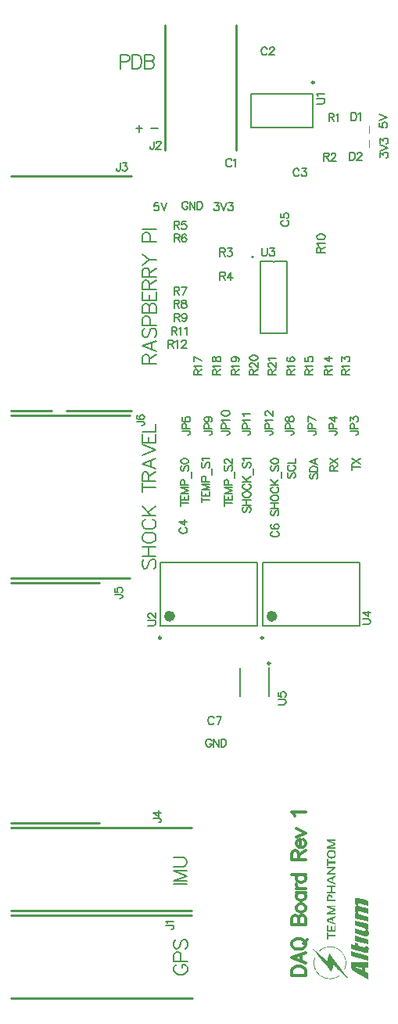
<source format=gto>
G04*
G04 #@! TF.GenerationSoftware,Altium Limited,Altium Designer,18.1.11 (251)*
G04*
G04 Layer_Color=65535*
%FSLAX25Y25*%
%MOIN*%
G70*
G01*
G75*
%ADD10C,0.00787*%
%ADD11C,0.00984*%
%ADD12C,0.02362*%
%ADD13C,0.01000*%
%ADD14C,0.00197*%
%ADD15C,0.00620*%
%ADD16C,0.00800*%
%ADD17C,0.01181*%
G36*
X149839Y75160D02*
X149960Y75148D01*
X150016Y75139D01*
X150067Y75130D01*
X150111Y75122D01*
X150149Y75117D01*
X150184Y75109D01*
X150205Y75104D01*
X150223Y75100D01*
X150227D01*
X153528Y74268D01*
X153610Y74243D01*
X153692Y74212D01*
X153765Y74178D01*
X153834Y74139D01*
X153903Y74096D01*
X153964Y74049D01*
X154020Y74005D01*
X154071Y73958D01*
X154119Y73915D01*
X154162Y73872D01*
X154197Y73837D01*
X154227Y73803D01*
X154248Y73773D01*
X154265Y73751D01*
X154274Y73738D01*
X154278Y73734D01*
X154330Y73652D01*
X154377Y73574D01*
X154416Y73492D01*
X154451Y73411D01*
X154481Y73333D01*
X154502Y73255D01*
X154524Y73178D01*
X154537Y73109D01*
X154550Y73044D01*
X154559Y72988D01*
X154567Y72932D01*
X154571Y72889D01*
X154576Y72855D01*
Y71850D01*
X150774Y72803D01*
X150710Y72820D01*
X150654Y72833D01*
X150550Y72842D01*
X150460Y72846D01*
X150386Y72837D01*
X150335Y72825D01*
X150292Y72812D01*
X150270Y72799D01*
X150261Y72794D01*
X150231Y72773D01*
X150205Y72747D01*
X150162Y72682D01*
X150132Y72613D01*
X150111Y72544D01*
X150098Y72475D01*
X150093Y72449D01*
Y72424D01*
X150089Y72402D01*
Y72372D01*
X150098Y72256D01*
X150115Y72152D01*
X150145Y72062D01*
X150175Y71988D01*
X150205Y71928D01*
X150236Y71885D01*
X150244Y71868D01*
X150253Y71855D01*
X150261Y71850D01*
Y71846D01*
X150330Y71777D01*
X150412Y71717D01*
X150498Y71665D01*
X150580Y71622D01*
X150658Y71592D01*
X150688Y71579D01*
X150718Y71570D01*
X150740Y71562D01*
X150757Y71557D01*
X150770Y71553D01*
X150774D01*
X154576Y70600D01*
Y68450D01*
X150779Y69402D01*
X150714Y69420D01*
X150658Y69432D01*
X150550Y69441D01*
X150460D01*
X150391Y69432D01*
X150335Y69420D01*
X150292Y69407D01*
X150270Y69394D01*
X150261Y69389D01*
X150231Y69368D01*
X150205Y69338D01*
X150162Y69277D01*
X150132Y69208D01*
X150111Y69139D01*
X150098Y69075D01*
X150093Y69023D01*
X150089Y69002D01*
Y68971D01*
X150098Y68864D01*
X150115Y68764D01*
X150145Y68674D01*
X150175Y68601D01*
X150205Y68545D01*
X150236Y68497D01*
X150244Y68484D01*
X150253Y68471D01*
X150261Y68467D01*
Y68463D01*
X150330Y68394D01*
X150412Y68334D01*
X150498Y68282D01*
X150580Y68243D01*
X150658Y68213D01*
X150688Y68200D01*
X150718Y68191D01*
X150740Y68183D01*
X150757Y68178D01*
X150770Y68174D01*
X150774D01*
X154576Y67213D01*
Y65066D01*
X148813Y66506D01*
Y68678D01*
X149516Y68510D01*
Y68536D01*
X149438Y68601D01*
X149365Y68665D01*
X149296Y68730D01*
X149231Y68799D01*
X149175Y68864D01*
X149124Y68928D01*
X149072Y68993D01*
X149029Y69053D01*
X148994Y69109D01*
X148960Y69161D01*
X148934Y69208D01*
X148908Y69247D01*
X148891Y69282D01*
X148878Y69303D01*
X148874Y69320D01*
X148869Y69325D01*
X148830Y69411D01*
X148796Y69502D01*
X148770Y69592D01*
X148744Y69683D01*
X148705Y69859D01*
X148693Y69945D01*
X148680Y70023D01*
X148671Y70096D01*
X148667Y70165D01*
X148658Y70226D01*
Y70277D01*
X148654Y70320D01*
Y70376D01*
X148658Y70501D01*
X148662Y70618D01*
X148671Y70717D01*
X148680Y70807D01*
X148688Y70842D01*
X148693Y70876D01*
X148697Y70907D01*
X148701Y70932D01*
X148705Y70950D01*
Y70963D01*
X148710Y70971D01*
Y70976D01*
X148731Y71066D01*
X148757Y71148D01*
X148783Y71221D01*
X148809Y71281D01*
X148830Y71333D01*
X148852Y71368D01*
X148865Y71389D01*
X148869Y71398D01*
X148917Y71458D01*
X148964Y71510D01*
X149012Y71557D01*
X149055Y71596D01*
X149093Y71626D01*
X149124Y71648D01*
X149145Y71661D01*
X149154Y71665D01*
X149218Y71700D01*
X149287Y71730D01*
X149352Y71756D01*
X149412Y71777D01*
X149464Y71794D01*
X149507Y71803D01*
X149524Y71807D01*
X149537Y71812D01*
X149542D01*
X149546D01*
X149455Y71885D01*
X149378Y71958D01*
X149305Y72027D01*
X149244Y72092D01*
X149197Y72148D01*
X149158Y72191D01*
X149145Y72208D01*
X149137Y72221D01*
X149128Y72225D01*
Y72230D01*
X149068Y72316D01*
X149012Y72402D01*
X148964Y72484D01*
X148925Y72557D01*
X148895Y72622D01*
X148882Y72648D01*
X148869Y72674D01*
X148861Y72691D01*
X148856Y72704D01*
X148852Y72712D01*
Y72717D01*
X148818Y72807D01*
X148787Y72898D01*
X148762Y72980D01*
X148740Y73057D01*
X148727Y73122D01*
X148719Y73148D01*
X148714Y73169D01*
X148710Y73186D01*
X148705Y73199D01*
Y73212D01*
X148688Y73307D01*
X148675Y73398D01*
X148667Y73484D01*
X148658Y73562D01*
Y73630D01*
X148654Y73656D01*
Y73725D01*
X148658Y73863D01*
X148667Y73988D01*
X148680Y74100D01*
X148684Y74152D01*
X148693Y74199D01*
X148701Y74243D01*
X148705Y74281D01*
X148714Y74316D01*
X148719Y74342D01*
X148723Y74363D01*
X148727Y74380D01*
X148731Y74389D01*
Y74393D01*
X148762Y74501D01*
X148800Y74600D01*
X148839Y74686D01*
X148878Y74760D01*
X148912Y74824D01*
X148943Y74867D01*
X148951Y74885D01*
X148960Y74898D01*
X148969Y74902D01*
Y74906D01*
X149042Y74975D01*
X149119Y75031D01*
X149201Y75074D01*
X149279Y75104D01*
X149352Y75130D01*
X149382Y75139D01*
X149408Y75143D01*
X149430Y75152D01*
X149447D01*
X149455Y75156D01*
X149460D01*
X149585Y75169D01*
X149714D01*
X149839Y75160D01*
D02*
G37*
G36*
X154584Y64006D02*
Y61864D01*
X153891Y62032D01*
Y62002D01*
X153968Y61942D01*
X154037Y61877D01*
X154102Y61808D01*
X154166Y61743D01*
X154222Y61679D01*
X154270Y61614D01*
X154317Y61550D01*
X154360Y61489D01*
X154395Y61433D01*
X154429Y61386D01*
X154455Y61338D01*
X154477Y61300D01*
X154494Y61265D01*
X154507Y61243D01*
X154511Y61226D01*
X154515Y61222D01*
X154550Y61136D01*
X154584Y61045D01*
X154636Y60869D01*
X154671Y60692D01*
X154683Y60610D01*
X154697Y60532D01*
X154705Y60459D01*
X154709Y60390D01*
X154718Y60334D01*
Y60282D01*
X154722Y60239D01*
Y60045D01*
X154714Y59920D01*
X154701Y59808D01*
X154697Y59757D01*
X154688Y59709D01*
X154683Y59666D01*
X154675Y59632D01*
X154666Y59597D01*
X154662Y59571D01*
X154658Y59550D01*
X154653Y59532D01*
X154649Y59524D01*
Y59519D01*
X154615Y59420D01*
X154576Y59325D01*
X154533Y59244D01*
X154494Y59175D01*
X154455Y59114D01*
X154425Y59071D01*
X154416Y59058D01*
X154408Y59045D01*
X154399Y59041D01*
Y59037D01*
X154334Y58964D01*
X154261Y58903D01*
X154184Y58856D01*
X154110Y58821D01*
X154041Y58795D01*
X154016Y58787D01*
X153990Y58778D01*
X153968Y58774D01*
X153951Y58770D01*
X153942Y58765D01*
X153938D01*
X153817Y58752D01*
X153688D01*
X153559Y58761D01*
X153438Y58774D01*
X153386Y58783D01*
X153334Y58791D01*
X153291Y58800D01*
X153248Y58804D01*
X153218Y58813D01*
X153197Y58817D01*
X153179Y58821D01*
X153175D01*
X148813Y59912D01*
Y62062D01*
X152623Y61110D01*
X152684Y61097D01*
X152744Y61084D01*
X152848Y61075D01*
X152938D01*
X153011Y61084D01*
X153067Y61097D01*
X153106Y61110D01*
X153132Y61123D01*
X153140Y61127D01*
X153171Y61149D01*
X153197Y61174D01*
X153240Y61235D01*
X153270Y61304D01*
X153291Y61369D01*
X153304Y61433D01*
X153309Y61485D01*
X153313Y61502D01*
Y61532D01*
X153304Y61644D01*
X153287Y61748D01*
X153257Y61834D01*
X153227Y61907D01*
X153197Y61968D01*
X153166Y62015D01*
X153158Y62028D01*
X153149Y62041D01*
X153140Y62045D01*
Y62050D01*
X153067Y62123D01*
X152985Y62183D01*
X152899Y62230D01*
X152817Y62274D01*
X152740Y62300D01*
X152709Y62312D01*
X152679Y62321D01*
X152658Y62330D01*
X152636Y62334D01*
X152628Y62338D01*
X152623D01*
X148813Y63299D01*
Y65450D01*
X154584Y64006D01*
D02*
G37*
G36*
Y57485D02*
Y55343D01*
X148813Y56783D01*
Y58938D01*
X154584Y57485D01*
D02*
G37*
G36*
X150106Y55666D02*
Y54770D01*
X152852Y54085D01*
X152934Y54067D01*
X153003D01*
X153063Y54072D01*
X153115Y54085D01*
X153154Y54102D01*
X153179Y54115D01*
X153197Y54128D01*
X153201Y54132D01*
X153235Y54179D01*
X153266Y54235D01*
X153283Y54300D01*
X153296Y54360D01*
X153300Y54417D01*
X153304Y54464D01*
Y54869D01*
X154584Y54546D01*
X154593Y54425D01*
X154602Y54313D01*
X154610Y54205D01*
X154615Y54110D01*
X154619Y54067D01*
Y53998D01*
X154623Y53968D01*
Y53917D01*
X154628Y53804D01*
X154632Y53697D01*
Y53598D01*
X154636Y53511D01*
Y53072D01*
X154632Y52994D01*
X154628Y52921D01*
X154623Y52852D01*
X154619Y52787D01*
X154610Y52731D01*
X154606Y52680D01*
X154602Y52636D01*
X154593Y52593D01*
X154589Y52563D01*
X154584Y52537D01*
Y52520D01*
X154580Y52507D01*
Y52503D01*
X154554Y52386D01*
X154524Y52287D01*
X154490Y52201D01*
X154459Y52128D01*
X154429Y52072D01*
X154408Y52033D01*
X154390Y52007D01*
X154386Y51999D01*
X154330Y51930D01*
X154261Y51878D01*
X154192Y51835D01*
X154119Y51805D01*
X154054Y51783D01*
X154002Y51770D01*
X153985Y51766D01*
X153968D01*
X153959Y51762D01*
X153955D01*
X153834Y51757D01*
X153705Y51762D01*
X153580Y51774D01*
X153455Y51796D01*
X153399Y51805D01*
X153347Y51813D01*
X153300Y51826D01*
X153261Y51835D01*
X153227Y51839D01*
X153205Y51848D01*
X153188Y51852D01*
X153184D01*
X147050Y53404D01*
Y55554D01*
X148813Y55093D01*
Y55990D01*
X150106Y55666D01*
D02*
G37*
G36*
X154584Y50468D02*
Y48322D01*
X146973Y50231D01*
Y52382D01*
X154584Y50468D01*
D02*
G37*
G36*
Y45387D02*
X153261Y45456D01*
Y43607D01*
X154576Y43025D01*
X154584Y40551D01*
X148486Y43823D01*
X148361Y43896D01*
X148249Y43973D01*
X148145Y44051D01*
X148055Y44120D01*
X148016Y44154D01*
X147982Y44180D01*
X147951Y44210D01*
X147925Y44232D01*
X147904Y44249D01*
X147891Y44262D01*
X147882Y44271D01*
X147878Y44275D01*
X147779Y44374D01*
X147688Y44473D01*
X147607Y44568D01*
X147538Y44659D01*
X147486Y44736D01*
X147460Y44766D01*
X147443Y44796D01*
X147430Y44818D01*
X147417Y44835D01*
X147408Y44844D01*
Y44848D01*
X147339Y44969D01*
X147275Y45090D01*
X147223Y45206D01*
X147176Y45309D01*
X147158Y45357D01*
X147141Y45400D01*
X147128Y45439D01*
X147115Y45473D01*
X147107Y45499D01*
X147098Y45516D01*
X147094Y45529D01*
Y45534D01*
X147059Y45671D01*
X147029Y45805D01*
X147012Y45934D01*
X146994Y46055D01*
X146990Y46107D01*
X146982Y46154D01*
Y46197D01*
X146977Y46232D01*
X146973Y46262D01*
Y47585D01*
X154584Y47870D01*
Y45387D01*
D02*
G37*
G36*
X140598Y99474D02*
X138018D01*
X140598Y98455D01*
Y97877D01*
X138018Y96859D01*
X140598D01*
Y96211D01*
X136896D01*
Y96936D01*
X139710Y98179D01*
X136896Y99430D01*
Y100103D01*
X140598D01*
Y99474D01*
D02*
G37*
G36*
X138916Y95564D02*
X138993Y95556D01*
X139080Y95547D01*
X139183Y95538D01*
X139287Y95512D01*
X139511Y95461D01*
X139744Y95374D01*
X139865Y95323D01*
X139969Y95262D01*
X140072Y95193D01*
X140167Y95107D01*
X140176Y95098D01*
X140184Y95090D01*
X140210Y95055D01*
X140236Y95021D01*
X140271Y94977D01*
X140314Y94917D01*
X140357Y94848D01*
X140400Y94762D01*
X140443Y94675D01*
X140486Y94572D01*
X140521Y94459D01*
X140564Y94339D01*
X140590Y94209D01*
X140616Y94063D01*
X140624Y93907D01*
X140633Y93743D01*
Y93657D01*
X140624Y93597D01*
X140616Y93519D01*
X140607Y93433D01*
X140590Y93338D01*
X140573Y93234D01*
X140521Y93018D01*
X140435Y92794D01*
X140383Y92682D01*
X140322Y92570D01*
X140245Y92475D01*
X140167Y92380D01*
X140158Y92371D01*
X140141Y92362D01*
X140115Y92336D01*
X140081Y92311D01*
X140029Y92268D01*
X139969Y92233D01*
X139900Y92190D01*
X139813Y92147D01*
X139718Y92095D01*
X139615Y92052D01*
X139503Y92009D01*
X139373Y91974D01*
X139235Y91940D01*
X139088Y91914D01*
X138933Y91888D01*
X138760Y91879D01*
X138752D01*
X138717D01*
X138674D01*
X138605Y91888D01*
X138527Y91896D01*
X138441Y91905D01*
X138338Y91914D01*
X138234Y91940D01*
X138001Y91991D01*
X137768Y92069D01*
X137656Y92121D01*
X137543Y92190D01*
X137449Y92259D01*
X137354Y92336D01*
X137345Y92345D01*
X137336Y92362D01*
X137311Y92388D01*
X137276Y92423D01*
X137241Y92475D01*
X137207Y92535D01*
X137164Y92604D01*
X137112Y92690D01*
X137069Y92777D01*
X137026Y92889D01*
X136991Y93001D01*
X136957Y93130D01*
X136922Y93269D01*
X136896Y93415D01*
X136888Y93571D01*
X136879Y93743D01*
Y93830D01*
X136888Y93890D01*
X136896Y93968D01*
X136905Y94054D01*
X136922Y94149D01*
X136939Y94252D01*
X136991Y94477D01*
X137077Y94701D01*
X137129Y94813D01*
X137198Y94917D01*
X137267Y95021D01*
X137354Y95107D01*
X137362Y95115D01*
X137380Y95124D01*
X137405Y95150D01*
X137440Y95176D01*
X137492Y95219D01*
X137552Y95253D01*
X137621Y95297D01*
X137707Y95340D01*
X137794Y95383D01*
X137897Y95426D01*
X138018Y95469D01*
X138148Y95504D01*
X138277Y95530D01*
X138432Y95556D01*
X138588Y95564D01*
X138760Y95573D01*
X138769D01*
X138804D01*
X138847D01*
X138916Y95564D01*
D02*
G37*
G36*
X137500Y90559D02*
X140598D01*
Y89868D01*
X137500D01*
Y88807D01*
X136896D01*
Y91620D01*
X137500D01*
Y90559D01*
D02*
G37*
G36*
X140598Y87728D02*
X137854Y85760D01*
X140598D01*
Y85096D01*
X136896D01*
Y85795D01*
X139606Y87745D01*
X136896D01*
Y88401D01*
X140598D01*
Y87728D01*
D02*
G37*
G36*
Y83914D02*
X139606Y83482D01*
Y82257D01*
X139002Y82498D01*
Y83240D01*
X137604Y82654D01*
X140598Y81445D01*
Y80738D01*
X136896Y82300D01*
Y83042D01*
X140598Y84656D01*
Y83914D01*
D02*
G37*
G36*
Y79599D02*
X139037D01*
Y77769D01*
X140598D01*
Y77079D01*
X136896D01*
Y77769D01*
X138432D01*
Y79599D01*
X136896D01*
Y80272D01*
X140598D01*
Y79599D01*
D02*
G37*
G36*
X138035Y76621D02*
X138079D01*
X138139Y76613D01*
X138268Y76578D01*
X138415Y76535D01*
X138570Y76466D01*
X138717Y76362D01*
X138786Y76302D01*
X138855Y76233D01*
X138873Y76216D01*
X138890Y76190D01*
X138907Y76164D01*
X138942Y76121D01*
X138968Y76069D01*
X139002Y76009D01*
X139045Y75940D01*
X139080Y75862D01*
X139114Y75776D01*
X139157Y75681D01*
X139192Y75577D01*
X139226Y75456D01*
X139261Y75335D01*
X139287Y75206D01*
X139313Y75059D01*
X138709Y74973D01*
Y74982D01*
X138700Y74990D01*
Y75016D01*
X138691Y75051D01*
X138674Y75128D01*
X138639Y75232D01*
X138605Y75344D01*
X138562Y75456D01*
X138501Y75568D01*
X138441Y75663D01*
X138432Y75672D01*
X138407Y75698D01*
X138363Y75741D01*
X138312Y75784D01*
X138243Y75827D01*
X138165Y75871D01*
X138070Y75896D01*
X137975Y75905D01*
X137966D01*
X137941D01*
X137897Y75896D01*
X137846Y75888D01*
X137733Y75862D01*
X137673Y75827D01*
X137630Y75793D01*
X137621Y75784D01*
X137613Y75776D01*
X137595Y75741D01*
X137569Y75706D01*
X137543Y75663D01*
X137526Y75603D01*
X137518Y75534D01*
X137509Y75448D01*
Y74507D01*
X140598D01*
Y73834D01*
X136896D01*
Y75586D01*
X136914Y75689D01*
X136931Y75810D01*
X136965Y75948D01*
X137009Y76095D01*
X137077Y76224D01*
X137164Y76345D01*
X137172Y76354D01*
X137216Y76388D01*
X137276Y76431D01*
X137354Y76492D01*
X137466Y76544D01*
X137604Y76587D01*
X137759Y76621D01*
X137941Y76630D01*
X137949D01*
X137966D01*
X137992D01*
X138035Y76621D01*
D02*
G37*
G36*
X140598Y71253D02*
X138018D01*
X140598Y70235D01*
Y69648D01*
X138018Y68621D01*
X140598D01*
Y67991D01*
X136896D01*
Y68716D01*
X139710Y69959D01*
X136896Y71184D01*
Y71883D01*
X140598D01*
Y71253D01*
D02*
G37*
G36*
Y66809D02*
X139606Y66378D01*
Y65143D01*
X139002Y65376D01*
Y66127D01*
X137604Y65549D01*
X140598Y64315D01*
Y63625D01*
X136896Y65195D01*
Y65929D01*
X140598Y67543D01*
Y66809D01*
D02*
G37*
G36*
Y60733D02*
X136896D01*
Y63271D01*
X137500D01*
Y61415D01*
X138415D01*
Y63176D01*
X139037D01*
Y61415D01*
X140020D01*
Y63305D01*
X140598D01*
Y60733D01*
D02*
G37*
G36*
X137500Y59275D02*
X140598D01*
Y58602D01*
X137500D01*
Y57540D01*
X136896D01*
Y60354D01*
X137500D01*
Y59275D01*
D02*
G37*
G36*
X138053Y54416D02*
X138173D01*
X138320D01*
X138476Y54408D01*
X138648Y54390D01*
X138829Y54373D01*
X139019Y54356D01*
X139218Y54321D01*
X139641Y54252D01*
X139848Y54201D01*
X140064Y54140D01*
X140072D01*
X140115Y54123D01*
X140176Y54106D01*
X140253Y54080D01*
X140357Y54045D01*
X140478Y53993D01*
X140607Y53942D01*
X140754Y53890D01*
X140909Y53821D01*
X141082Y53743D01*
X141436Y53562D01*
X141798Y53355D01*
X142169Y53113D01*
X142178Y53105D01*
X142212Y53079D01*
X142264Y53044D01*
X142324Y52992D01*
X142411Y52923D01*
X142506Y52846D01*
X142609Y52751D01*
X142730Y52647D01*
X142851Y52526D01*
X142989Y52406D01*
X143119Y52267D01*
X143265Y52112D01*
X143403Y51957D01*
X143541Y51793D01*
X143809Y51439D01*
X143817Y51430D01*
X143835Y51396D01*
X143869Y51344D01*
X143921Y51266D01*
X143973Y51180D01*
X144042Y51068D01*
X144111Y50947D01*
X144189Y50809D01*
X144266Y50662D01*
X144353Y50498D01*
X144430Y50326D01*
X144517Y50136D01*
X144672Y49747D01*
X144741Y49540D01*
X144801Y49333D01*
Y49325D01*
X144810Y49316D01*
Y49290D01*
X144819Y49256D01*
X144844Y49169D01*
X144870Y49049D01*
X144896Y48910D01*
X144931Y48755D01*
X144957Y48591D01*
X144983Y48419D01*
Y48401D01*
X144991Y48375D01*
Y48341D01*
X145000Y48246D01*
X145009Y48134D01*
X145026Y47987D01*
X145034Y47832D01*
X145043Y47659D01*
Y47305D01*
X145034Y47236D01*
Y47150D01*
X145026Y47064D01*
X145009Y46856D01*
X144991Y46623D01*
X144957Y46382D01*
X144913Y46123D01*
Y46114D01*
X144905Y46088D01*
X144896Y46054D01*
X144888Y46011D01*
X144879Y45942D01*
X144862Y45873D01*
X144836Y45795D01*
X144810Y45700D01*
X144758Y45502D01*
X144689Y45286D01*
X144603Y45053D01*
X144508Y44811D01*
X144232Y44932D01*
X144240Y44941D01*
X144249Y44984D01*
X144275Y45035D01*
X144301Y45122D01*
X144335Y45217D01*
X144378Y45329D01*
X144413Y45467D01*
X144456Y45614D01*
X144508Y45769D01*
X144551Y45942D01*
X144594Y46123D01*
X144629Y46313D01*
X144698Y46701D01*
X144724Y46908D01*
X144741Y47115D01*
Y47227D01*
X144750Y47305D01*
Y47409D01*
X144741Y47530D01*
Y47659D01*
X144732Y47806D01*
X144724Y47970D01*
X144706Y48142D01*
X144689Y48324D01*
X144663Y48505D01*
X144594Y48893D01*
X144499Y49290D01*
Y49299D01*
X144482Y49333D01*
X144465Y49394D01*
X144439Y49471D01*
X144413Y49566D01*
X144370Y49670D01*
X144327Y49799D01*
X144266Y49929D01*
X144206Y50075D01*
X144137Y50239D01*
X143982Y50567D01*
X143792Y50912D01*
X143567Y51266D01*
X143559Y51275D01*
X143541Y51310D01*
X143507Y51353D01*
X143455Y51422D01*
X143395Y51499D01*
X143317Y51594D01*
X143231Y51698D01*
X143136Y51810D01*
X143024Y51931D01*
X142903Y52060D01*
X142773Y52198D01*
X142635Y52328D01*
X142489Y52466D01*
X142324Y52604D01*
X141988Y52863D01*
X141979Y52872D01*
X141945Y52889D01*
X141893Y52932D01*
X141824Y52975D01*
X141738Y53027D01*
X141634Y53096D01*
X141513Y53165D01*
X141384Y53243D01*
X141237Y53320D01*
X141082Y53407D01*
X140909Y53493D01*
X140737Y53571D01*
X140357Y53726D01*
X139960Y53864D01*
X139951D01*
X139908Y53881D01*
X139856Y53890D01*
X139770Y53916D01*
X139675Y53933D01*
X139563Y53959D01*
X139434Y53985D01*
X139287Y54011D01*
X139131Y54037D01*
X138959Y54062D01*
X138778Y54080D01*
X138596Y54097D01*
X138208Y54123D01*
X138001D01*
X137802Y54114D01*
X137794D01*
X137751D01*
X137699Y54106D01*
X137613Y54097D01*
X137518Y54088D01*
X137405Y54080D01*
X137276Y54062D01*
X137129Y54037D01*
X136974Y54011D01*
X136801Y53976D01*
X136629Y53942D01*
X136448Y53899D01*
X136059Y53786D01*
X135671Y53648D01*
X135662Y53640D01*
X135628Y53631D01*
X135567Y53605D01*
X135490Y53571D01*
X135403Y53527D01*
X135291Y53476D01*
X135170Y53415D01*
X135032Y53346D01*
X134894Y53268D01*
X134739Y53174D01*
X134575Y53079D01*
X134411Y52975D01*
X134247Y52863D01*
X134083Y52733D01*
X133746Y52466D01*
X133548Y52699D01*
X133556Y52708D01*
X133591Y52733D01*
X133634Y52777D01*
X133703Y52828D01*
X133781Y52889D01*
X133876Y52966D01*
X133988Y53044D01*
X134117Y53139D01*
X134256Y53234D01*
X134402Y53329D01*
X134566Y53433D01*
X134730Y53527D01*
X134911Y53631D01*
X135101Y53726D01*
X135498Y53899D01*
X135507Y53907D01*
X135550Y53916D01*
X135602Y53942D01*
X135688Y53968D01*
X135783Y54002D01*
X135904Y54045D01*
X136033Y54088D01*
X136180Y54132D01*
X136344Y54175D01*
X136517Y54218D01*
X136706Y54261D01*
X136896Y54304D01*
X137311Y54373D01*
X137742Y54416D01*
X137759D01*
X137794D01*
X137854D01*
X137941Y54425D01*
X138053Y54416D01*
D02*
G37*
G36*
X130510Y53933D02*
X130536Y53907D01*
X130579Y53873D01*
X130640Y53821D01*
X130709Y53760D01*
X130795Y53683D01*
X130890Y53597D01*
X131002Y53501D01*
X131123Y53398D01*
X131244Y53286D01*
X131511Y53044D01*
X131805Y52794D01*
X132098Y52526D01*
X132107Y52518D01*
X132132Y52492D01*
X132176Y52457D01*
X132236Y52406D01*
X132305Y52337D01*
X132391Y52259D01*
X132495Y52172D01*
X132598Y52078D01*
X132719Y51965D01*
X132840Y51853D01*
X133116Y51612D01*
X133401Y51353D01*
X133703Y51085D01*
X133712Y51077D01*
X133738Y51051D01*
X133781Y51016D01*
X133841Y50964D01*
X133910Y50895D01*
X133997Y50826D01*
X134091Y50740D01*
X134204Y50645D01*
X134316Y50533D01*
X134445Y50421D01*
X134722Y50179D01*
X135015Y49920D01*
X135317Y49653D01*
X135326Y49644D01*
X135352Y49618D01*
X135395Y49584D01*
X135455Y49532D01*
X135524Y49463D01*
X135610Y49385D01*
X135705Y49299D01*
X135818Y49204D01*
X135930Y49092D01*
X136059Y48979D01*
X136335Y48738D01*
X136629Y48470D01*
X136931Y48203D01*
Y48211D01*
X136939Y48237D01*
X136957Y48289D01*
X136965Y48349D01*
X136991Y48427D01*
X137017Y48513D01*
X137043Y48617D01*
X137069Y48729D01*
X137103Y48859D01*
X137138Y48988D01*
X137216Y49273D01*
X137293Y49575D01*
X137380Y49894D01*
Y49903D01*
X137388Y49929D01*
X137405Y49981D01*
X137414Y50041D01*
X137440Y50119D01*
X137466Y50205D01*
X137492Y50308D01*
X137518Y50429D01*
X137552Y50550D01*
X137587Y50679D01*
X137664Y50973D01*
X137751Y51284D01*
X137837Y51603D01*
X137846Y51586D01*
X137880Y51543D01*
X137941Y51465D01*
X138010Y51370D01*
X138104Y51240D01*
X138217Y51094D01*
X138346Y50930D01*
X138484Y50740D01*
X138631Y50541D01*
X138795Y50326D01*
X138968Y50093D01*
X139140Y49860D01*
X139520Y49359D01*
X139908Y48850D01*
X139917Y48833D01*
X139951Y48790D01*
X140012Y48712D01*
X140089Y48617D01*
X140176Y48496D01*
X140288Y48349D01*
X140417Y48177D01*
X140555Y47996D01*
X140702Y47797D01*
X140866Y47581D01*
X141039Y47357D01*
X141211Y47124D01*
X141591Y46623D01*
X141971Y46114D01*
X141979Y46097D01*
X142014Y46054D01*
X142074Y45976D01*
X142143Y45881D01*
X142238Y45760D01*
X142350Y45614D01*
X142471Y45441D01*
X142609Y45260D01*
X142765Y45061D01*
X142920Y44846D01*
X143093Y44621D01*
X143265Y44388D01*
X143636Y43888D01*
X144016Y43379D01*
X144025Y43361D01*
X144059Y43318D01*
X144120Y43240D01*
X144189Y43145D01*
X144283Y43025D01*
X144396Y42878D01*
X144517Y42714D01*
X144655Y42524D01*
X144810Y42326D01*
X144965Y42119D01*
X145138Y41894D01*
X145319Y41653D01*
X145690Y41169D01*
X146070Y40660D01*
X146061Y40652D01*
X146027Y40634D01*
X146018D01*
X146010D01*
X145992Y40626D01*
X145984Y40634D01*
X145958Y40660D01*
X145915Y40695D01*
X145854Y40755D01*
X145785Y40815D01*
X145699Y40893D01*
X145604Y40979D01*
X145500Y41083D01*
X145388Y41186D01*
X145267Y41299D01*
X145000Y41549D01*
X144724Y41816D01*
X144430Y42093D01*
X144422Y42101D01*
X144396Y42127D01*
X144353Y42162D01*
X144292Y42213D01*
X144223Y42283D01*
X144137Y42360D01*
X144042Y42447D01*
X143938Y42541D01*
X143826Y42645D01*
X143705Y42766D01*
X143438Y43007D01*
X143153Y43266D01*
X142860Y43543D01*
X142851Y43551D01*
X142825Y43577D01*
X142782Y43620D01*
X142721Y43672D01*
X142652Y43741D01*
X142566Y43819D01*
X142471Y43905D01*
X142368Y44008D01*
X142255Y44112D01*
X142126Y44233D01*
X141858Y44483D01*
X141574Y44751D01*
X141280Y45027D01*
X141272Y45035D01*
X141246Y45061D01*
X141203Y45096D01*
X141142Y45156D01*
X141073Y45217D01*
X140987Y45294D01*
X140892Y45389D01*
X140788Y45484D01*
X140668Y45597D01*
X140547Y45709D01*
X140279Y45959D01*
X139994Y46226D01*
X139692Y46503D01*
Y46494D01*
X139684Y46468D01*
X139666Y46434D01*
X139649Y46382D01*
X139632Y46321D01*
X139606Y46244D01*
X139572Y46157D01*
X139546Y46062D01*
X139468Y45847D01*
X139390Y45614D01*
X139304Y45364D01*
X139218Y45105D01*
Y45096D01*
X139209Y45070D01*
X139192Y45035D01*
X139175Y44984D01*
X139157Y44923D01*
X139131Y44846D01*
X139105Y44768D01*
X139071Y44673D01*
X139002Y44457D01*
X138916Y44224D01*
X138829Y43974D01*
X138743Y43707D01*
X138734Y43724D01*
X138700Y43767D01*
X138639Y43836D01*
X138562Y43931D01*
X138467Y44043D01*
X138355Y44181D01*
X138234Y44337D01*
X138087Y44509D01*
X137941Y44699D01*
X137777Y44897D01*
X137604Y45113D01*
X137423Y45329D01*
X137043Y45795D01*
X136655Y46270D01*
X136646Y46287D01*
X136603Y46330D01*
X136551Y46399D01*
X136473Y46485D01*
X136379Y46606D01*
X136266Y46744D01*
X136137Y46900D01*
X135999Y47072D01*
X135843Y47253D01*
X135679Y47452D01*
X135507Y47668D01*
X135326Y47883D01*
X134955Y48349D01*
X134566Y48824D01*
X134557Y48841D01*
X134523Y48884D01*
X134463Y48954D01*
X134385Y49040D01*
X134290Y49161D01*
X134186Y49299D01*
X134057Y49454D01*
X133919Y49618D01*
X133764Y49808D01*
X133600Y50006D01*
X133427Y50213D01*
X133254Y50438D01*
X132875Y50895D01*
X132486Y51370D01*
X132478Y51387D01*
X132443Y51430D01*
X132383Y51491D01*
X132305Y51586D01*
X132219Y51698D01*
X132107Y51836D01*
X131986Y51991D01*
X131839Y52164D01*
X131692Y52345D01*
X131528Y52544D01*
X131364Y52751D01*
X131183Y52975D01*
X130812Y53433D01*
X130424Y53907D01*
X130432Y53916D01*
X130467Y53933D01*
X130475Y53942D01*
X130501D01*
X130510Y53933D01*
D02*
G37*
G36*
X131934Y49886D02*
X131925Y49877D01*
X131917Y49834D01*
X131899Y49782D01*
X131874Y49704D01*
X131839Y49609D01*
X131805Y49489D01*
X131770Y49359D01*
X131727Y49221D01*
X131692Y49057D01*
X131649Y48893D01*
X131615Y48712D01*
X131580Y48531D01*
X131528Y48134D01*
X131511Y47935D01*
X131502Y47728D01*
Y47331D01*
X131511Y47202D01*
X131520Y47055D01*
X131528Y46900D01*
X131546Y46736D01*
X131572Y46554D01*
X131597Y46373D01*
X131667Y45993D01*
X131770Y45605D01*
Y45597D01*
X131787Y45562D01*
X131805Y45502D01*
X131831Y45432D01*
X131856Y45338D01*
X131899Y45234D01*
X131943Y45113D01*
X132003Y44975D01*
X132063Y44837D01*
X132132Y44682D01*
X132288Y44354D01*
X132478Y44017D01*
X132702Y43672D01*
X132711Y43663D01*
X132728Y43629D01*
X132763Y43586D01*
X132814Y43525D01*
X132875Y43448D01*
X132952Y43353D01*
X133039Y43258D01*
X133134Y43145D01*
X133237Y43025D01*
X133358Y42904D01*
X133487Y42775D01*
X133625Y42645D01*
X133772Y42507D01*
X133928Y42377D01*
X134256Y42119D01*
X134264Y42110D01*
X134299Y42093D01*
X134342Y42058D01*
X134411Y42015D01*
X134497Y41955D01*
X134601Y41894D01*
X134713Y41825D01*
X134842Y41747D01*
X134980Y41670D01*
X135136Y41592D01*
X135300Y41506D01*
X135464Y41428D01*
X135835Y41273D01*
X136223Y41135D01*
X136232D01*
X136266Y41118D01*
X136327Y41109D01*
X136404Y41083D01*
X136499Y41066D01*
X136611Y41040D01*
X136741Y41014D01*
X136888Y40988D01*
X137043Y40953D01*
X137207Y40928D01*
X137388Y40910D01*
X137569Y40885D01*
X137958Y40859D01*
X138355D01*
X138363D01*
X138398D01*
X138458Y40867D01*
X138536Y40876D01*
X138631Y40885D01*
X138743Y40893D01*
X138873Y40910D01*
X139011Y40928D01*
X139166Y40953D01*
X139330Y40979D01*
X139503Y41014D01*
X139684Y41057D01*
X140064Y41161D01*
X140452Y41290D01*
X140461Y41299D01*
X140495Y41307D01*
X140555Y41333D01*
X140624Y41359D01*
X140719Y41402D01*
X140823Y41445D01*
X140944Y41506D01*
X141073Y41575D01*
X141220Y41644D01*
X141367Y41730D01*
X141686Y41920D01*
X142023Y42136D01*
X142350Y42395D01*
X142540Y42153D01*
X142558D01*
X142549Y42145D01*
X142514Y42119D01*
X142463Y42084D01*
X142394Y42032D01*
X142307Y41963D01*
X142212Y41894D01*
X142092Y41808D01*
X141962Y41722D01*
X141815Y41635D01*
X141660Y41540D01*
X141496Y41437D01*
X141323Y41342D01*
X140952Y41161D01*
X140555Y40997D01*
X140547D01*
X140504Y40979D01*
X140452Y40962D01*
X140366Y40936D01*
X140271Y40902D01*
X140158Y40867D01*
X140020Y40833D01*
X139874Y40790D01*
X139718Y40755D01*
X139546Y40712D01*
X139365Y40677D01*
X139175Y40643D01*
X138769Y40591D01*
X138355Y40556D01*
X138338D01*
X138303D01*
X138243D01*
X138165D01*
X138061D01*
X137941Y40565D01*
X137802Y40574D01*
X137656Y40582D01*
X137492Y40591D01*
X137319Y40608D01*
X137138Y40634D01*
X136939Y40660D01*
X136542Y40738D01*
X136128Y40841D01*
X136120D01*
X136076Y40859D01*
X136025Y40876D01*
X135947Y40902D01*
X135843Y40936D01*
X135731Y40979D01*
X135602Y41031D01*
X135464Y41092D01*
X135308Y41161D01*
X135144Y41238D01*
X134799Y41411D01*
X134437Y41618D01*
X134066Y41860D01*
X134057Y41868D01*
X134022Y41894D01*
X133971Y41929D01*
X133902Y41980D01*
X133824Y42050D01*
X133729Y42127D01*
X133617Y42222D01*
X133505Y42326D01*
X133375Y42438D01*
X133246Y42567D01*
X133116Y42697D01*
X132978Y42843D01*
X132711Y43154D01*
X132452Y43499D01*
X132443Y43508D01*
X132426Y43543D01*
X132391Y43594D01*
X132348Y43663D01*
X132288Y43750D01*
X132227Y43853D01*
X132158Y43974D01*
X132081Y44104D01*
X132003Y44250D01*
X131925Y44405D01*
X131848Y44570D01*
X131761Y44742D01*
X131606Y45113D01*
X131477Y45510D01*
Y45519D01*
X131459Y45562D01*
X131442Y45614D01*
X131425Y45700D01*
X131399Y45795D01*
X131373Y45916D01*
X131347Y46045D01*
X131313Y46192D01*
X131287Y46356D01*
X131261Y46529D01*
X131235Y46718D01*
X131209Y46908D01*
X131183Y47314D01*
X131175Y47745D01*
Y47797D01*
X131183Y47857D01*
X131192Y47944D01*
X131201Y48047D01*
X131218Y48168D01*
X131235Y48298D01*
X131252Y48453D01*
X131278Y48617D01*
X131313Y48798D01*
X131356Y48979D01*
X131399Y49169D01*
X131511Y49575D01*
X131580Y49782D01*
X131658Y49989D01*
X131934Y49886D01*
D02*
G37*
%LPC*%
G36*
X148632Y45719D02*
X151800Y44254D01*
Y45542D01*
X148632Y45719D01*
D02*
G37*
G36*
X138743Y94865D02*
X138734D01*
X138717D01*
X138683D01*
X138639D01*
X138588Y94857D01*
X138527Y94848D01*
X138389Y94831D01*
X138234Y94796D01*
X138079Y94744D01*
X137923Y94675D01*
X137794Y94580D01*
X137777Y94563D01*
X137742Y94529D01*
X137690Y94459D01*
X137630Y94373D01*
X137569Y94252D01*
X137518Y94106D01*
X137483Y93942D01*
X137466Y93743D01*
Y93691D01*
X137475Y93648D01*
X137483Y93545D01*
X137509Y93415D01*
X137543Y93269D01*
X137604Y93130D01*
X137682Y92992D01*
X137794Y92872D01*
X137811Y92863D01*
X137854Y92828D01*
X137932Y92785D01*
X138035Y92734D01*
X138165Y92673D01*
X138329Y92630D01*
X138519Y92595D01*
X138743Y92587D01*
X138752D01*
X138769D01*
X138804D01*
X138847Y92595D01*
X138898D01*
X138968Y92604D01*
X139105Y92621D01*
X139261Y92656D01*
X139425Y92708D01*
X139580Y92777D01*
X139710Y92872D01*
X139727Y92889D01*
X139761Y92923D01*
X139813Y92992D01*
X139865Y93087D01*
X139925Y93208D01*
X139977Y93363D01*
X140012Y93536D01*
X140029Y93743D01*
Y93795D01*
X140020Y93838D01*
X140012Y93933D01*
X139986Y94054D01*
X139951Y94192D01*
X139891Y94330D01*
X139813Y94459D01*
X139710Y94580D01*
X139692Y94589D01*
X139649Y94624D01*
X139572Y94667D01*
X139468Y94727D01*
X139330Y94779D01*
X139166Y94822D01*
X138968Y94857D01*
X138743Y94865D01*
D02*
G37*
%LPD*%
D10*
X105547Y348232D02*
G03*
X105547Y348232I-315J0D01*
G01*
X113494Y346378D02*
G03*
X114774Y346378I640J0D01*
G01*
X108563D02*
X113494D01*
X114774D02*
X119705D01*
Y315669D02*
Y346378D01*
X108563Y315669D02*
X119705D01*
X108563D02*
Y346378D01*
X104526Y417814D02*
X130904D01*
X104526Y403247D02*
X130904D01*
Y417814D01*
X104526Y403247D02*
Y417814D01*
X107150Y191220D02*
Y217992D01*
X65811Y191220D02*
Y217992D01*
X107150D01*
X65811Y191220D02*
X107150D01*
X150732Y191181D02*
Y217953D01*
X109394Y191181D02*
Y217953D01*
X150732D01*
X109394Y191181D02*
X150732D01*
X112095Y160895D02*
Y173296D01*
X99891Y160895D02*
Y173099D01*
D11*
X131396Y422637D02*
G03*
X131396Y422637I-492J0D01*
G01*
X66126Y185906D02*
G03*
X66126Y185906I-492J0D01*
G01*
X109709Y185866D02*
G03*
X109709Y185866I-492J0D01*
G01*
X112587Y175068D02*
G03*
X112587Y175068I-492J0D01*
G01*
D12*
X70929Y195158D02*
G03*
X70929Y195158I-1181J0D01*
G01*
X114512Y195118D02*
G03*
X114512Y195118I-1181J0D01*
G01*
D13*
X98000Y393750D02*
Y446900D01*
X67900Y393750D02*
Y446900D01*
X2047Y67716D02*
X66220D01*
Y32283D02*
X79331D01*
X66220Y67716D02*
X79213D01*
X66181Y105118D02*
X79173D01*
X66181Y69685D02*
X79291D01*
X2047Y32283D02*
X66220D01*
X2008Y69685D02*
X66181D01*
X2047Y105118D02*
X66181D01*
X2008Y107087D02*
X39685D01*
X2008Y209449D02*
X39646D01*
X2047Y382598D02*
X53504D01*
X2008Y282638D02*
X19370D01*
X25709Y282677D02*
X53504D01*
X2047Y280669D02*
X52874D01*
X2008Y211457D02*
X52874D01*
D14*
X154889Y395126D02*
Y398079D01*
X154928Y401114D02*
Y404067D01*
D15*
X87689Y142080D02*
X87527Y142403D01*
X87204Y142727D01*
X86880Y142889D01*
X86233D01*
X85909Y142727D01*
X85585Y142403D01*
X85423Y142080D01*
X85261Y141594D01*
Y140785D01*
X85423Y140299D01*
X85585Y139975D01*
X85909Y139652D01*
X86233Y139490D01*
X86880D01*
X87204Y139652D01*
X87527Y139975D01*
X87689Y140299D01*
Y140785D01*
X86880D02*
X87689D01*
X88466Y142889D02*
Y139490D01*
Y142889D02*
X90733Y139490D01*
Y142889D02*
Y139490D01*
X91671Y142889D02*
Y139490D01*
Y142889D02*
X92804D01*
X93290Y142727D01*
X93614Y142403D01*
X93776Y142080D01*
X93937Y141594D01*
Y140785D01*
X93776Y140299D01*
X93614Y139975D01*
X93290Y139652D01*
X92804Y139490D01*
X91671D01*
X77539Y371080D02*
X77377Y371403D01*
X77054Y371727D01*
X76730Y371889D01*
X76082D01*
X75759Y371727D01*
X75435Y371403D01*
X75273Y371080D01*
X75111Y370594D01*
Y369785D01*
X75273Y369299D01*
X75435Y368975D01*
X75759Y368652D01*
X76082Y368490D01*
X76730D01*
X77054Y368652D01*
X77377Y368975D01*
X77539Y369299D01*
Y369785D01*
X76730D02*
X77539D01*
X78316Y371889D02*
Y368490D01*
Y371889D02*
X80582Y368490D01*
Y371889D02*
Y368490D01*
X81521Y371889D02*
Y368490D01*
Y371889D02*
X82654D01*
X83140Y371727D01*
X83464Y371403D01*
X83626Y371080D01*
X83788Y370594D01*
Y369785D01*
X83626Y369299D01*
X83464Y368975D01*
X83140Y368652D01*
X82654Y368490D01*
X81521D01*
X159431Y390794D02*
Y392574D01*
X160726Y391603D01*
Y392089D01*
X160888Y392412D01*
X161049Y392574D01*
X161535Y392736D01*
X161859D01*
X162344Y392574D01*
X162668Y392251D01*
X162830Y391765D01*
Y391279D01*
X162668Y390794D01*
X162506Y390632D01*
X162182Y390470D01*
X159431Y393497D02*
X162830Y394792D01*
X159431Y396087D02*
X162830Y394792D01*
X159431Y396848D02*
Y398628D01*
X160726Y397657D01*
Y398143D01*
X160888Y398466D01*
X161049Y398628D01*
X161535Y398790D01*
X161859D01*
X162344Y398628D01*
X162668Y398305D01*
X162830Y397819D01*
Y397333D01*
X162668Y396848D01*
X162506Y396686D01*
X162182Y396524D01*
X159181Y405262D02*
Y403644D01*
X160638Y403482D01*
X160476Y403644D01*
X160314Y404129D01*
Y404615D01*
X160476Y405101D01*
X160799Y405424D01*
X161285Y405586D01*
X161609D01*
X162094Y405424D01*
X162418Y405101D01*
X162580Y404615D01*
Y404129D01*
X162418Y403644D01*
X162256Y403482D01*
X161933Y403320D01*
X159181Y406347D02*
X162580Y407642D01*
X159181Y408937D02*
X162580Y407642D01*
X74498Y243248D02*
X77897D01*
X74498Y242115D02*
Y244381D01*
Y246890D02*
Y244786D01*
X77897D01*
Y246890D01*
X76116Y244786D02*
Y246081D01*
X74498Y247457D02*
X77897D01*
X74498D02*
X77897Y248752D01*
X74498Y250047D02*
X77897Y248752D01*
X74498Y250047D02*
X77897D01*
X76278Y251018D02*
Y252475D01*
X76116Y252961D01*
X75955Y253122D01*
X75631Y253284D01*
X75145D01*
X74821Y253122D01*
X74660Y252961D01*
X74498Y252475D01*
Y251018D01*
X77897D01*
X79030Y254045D02*
Y256635D01*
X74983Y259338D02*
X74660Y259015D01*
X74498Y258529D01*
Y257881D01*
X74660Y257396D01*
X74983Y257072D01*
X75307D01*
X75631Y257234D01*
X75793Y257396D01*
X75955Y257720D01*
X76278Y258691D01*
X76440Y259015D01*
X76602Y259176D01*
X76926Y259338D01*
X77411D01*
X77735Y259015D01*
X77897Y258529D01*
Y257881D01*
X77735Y257396D01*
X77411Y257072D01*
X74498Y261070D02*
X74660Y260585D01*
X75145Y260261D01*
X75955Y260099D01*
X76440D01*
X77249Y260261D01*
X77735Y260585D01*
X77897Y261070D01*
Y261394D01*
X77735Y261880D01*
X77249Y262203D01*
X76440Y262365D01*
X75955D01*
X75145Y262203D01*
X74660Y261880D01*
X74498Y261394D01*
Y261070D01*
X83398Y244705D02*
X86797D01*
X83398Y243572D02*
Y245838D01*
Y248347D02*
Y246243D01*
X86797D01*
Y248347D01*
X85016Y246243D02*
Y247538D01*
X83398Y248914D02*
X86797D01*
X83398D02*
X86797Y250209D01*
X83398Y251504D02*
X86797Y250209D01*
X83398Y251504D02*
X86797D01*
X85178Y252475D02*
Y253932D01*
X85016Y254417D01*
X84855Y254579D01*
X84531Y254741D01*
X84045D01*
X83721Y254579D01*
X83560Y254417D01*
X83398Y253932D01*
Y252475D01*
X86797D01*
X87930Y255502D02*
Y258092D01*
X83883Y260795D02*
X83560Y260471D01*
X83398Y259986D01*
Y259338D01*
X83560Y258853D01*
X83883Y258529D01*
X84207D01*
X84531Y258691D01*
X84693Y258853D01*
X84855Y259176D01*
X85178Y260148D01*
X85340Y260471D01*
X85502Y260633D01*
X85826Y260795D01*
X86311D01*
X86635Y260471D01*
X86797Y259986D01*
Y259338D01*
X86635Y258853D01*
X86311Y258529D01*
X84045Y261556D02*
X83883Y261880D01*
X83398Y262365D01*
X86797D01*
X93098Y243248D02*
X96497D01*
X93098Y242115D02*
Y244381D01*
Y246890D02*
Y244786D01*
X96497D01*
Y246890D01*
X94716Y244786D02*
Y246081D01*
X93098Y247457D02*
X96497D01*
X93098D02*
X96497Y248752D01*
X93098Y250047D02*
X96497Y248752D01*
X93098Y250047D02*
X96497D01*
X94878Y251018D02*
Y252475D01*
X94716Y252961D01*
X94555Y253122D01*
X94231Y253284D01*
X93745D01*
X93421Y253122D01*
X93260Y252961D01*
X93098Y252475D01*
Y251018D01*
X96497D01*
X97630Y254045D02*
Y256635D01*
X93583Y259338D02*
X93260Y259015D01*
X93098Y258529D01*
Y257881D01*
X93260Y257396D01*
X93583Y257072D01*
X93907D01*
X94231Y257234D01*
X94393Y257396D01*
X94555Y257720D01*
X94878Y258691D01*
X95040Y259015D01*
X95202Y259176D01*
X95526Y259338D01*
X96011D01*
X96335Y259015D01*
X96497Y258529D01*
Y257881D01*
X96335Y257396D01*
X96011Y257072D01*
X93907Y260261D02*
X93745D01*
X93421Y260423D01*
X93260Y260585D01*
X93098Y260908D01*
Y261556D01*
X93260Y261880D01*
X93421Y262041D01*
X93745Y262203D01*
X94069D01*
X94393Y262041D01*
X94878Y261718D01*
X96497Y260099D01*
Y262365D01*
X101433Y241743D02*
X101110Y241419D01*
X100948Y240934D01*
Y240286D01*
X101110Y239801D01*
X101433Y239477D01*
X101757D01*
X102081Y239639D01*
X102243Y239801D01*
X102404Y240124D01*
X102728Y241095D01*
X102890Y241419D01*
X103052Y241581D01*
X103376Y241743D01*
X103861D01*
X104185Y241419D01*
X104347Y240934D01*
Y240286D01*
X104185Y239801D01*
X103861Y239477D01*
X100948Y242504D02*
X104347D01*
X100948Y244770D02*
X104347D01*
X102566Y242504D02*
Y244770D01*
X100948Y246680D02*
X101110Y246356D01*
X101433Y246033D01*
X101757Y245871D01*
X102243Y245709D01*
X103052D01*
X103538Y245871D01*
X103861Y246033D01*
X104185Y246356D01*
X104347Y246680D01*
Y247327D01*
X104185Y247651D01*
X103861Y247975D01*
X103538Y248137D01*
X103052Y248299D01*
X102243D01*
X101757Y248137D01*
X101433Y247975D01*
X101110Y247651D01*
X100948Y247327D01*
Y246680D01*
X101757Y251520D02*
X101433Y251358D01*
X101110Y251034D01*
X100948Y250711D01*
Y250063D01*
X101110Y249739D01*
X101433Y249416D01*
X101757Y249254D01*
X102243Y249092D01*
X103052D01*
X103538Y249254D01*
X103861Y249416D01*
X104185Y249739D01*
X104347Y250063D01*
Y250711D01*
X104185Y251034D01*
X103861Y251358D01*
X103538Y251520D01*
X100948Y252475D02*
X104347D01*
X100948Y254741D02*
X103214Y252475D01*
X102404Y253284D02*
X104347Y254741D01*
X105480Y255502D02*
Y258092D01*
X101433Y260795D02*
X101110Y260471D01*
X100948Y259986D01*
Y259338D01*
X101110Y258853D01*
X101433Y258529D01*
X101757D01*
X102081Y258691D01*
X102243Y258853D01*
X102404Y259176D01*
X102728Y260148D01*
X102890Y260471D01*
X103052Y260633D01*
X103376Y260795D01*
X103861D01*
X104185Y260471D01*
X104347Y259986D01*
Y259338D01*
X104185Y258853D01*
X103861Y258529D01*
X101595Y261556D02*
X101433Y261880D01*
X100948Y262365D01*
X104347D01*
X120466Y256279D02*
X120143Y255955D01*
X119981Y255470D01*
Y254822D01*
X120143Y254337D01*
X120466Y254013D01*
X120790D01*
X121114Y254175D01*
X121276Y254337D01*
X121438Y254660D01*
X121761Y255631D01*
X121923Y255955D01*
X122085Y256117D01*
X122409Y256279D01*
X122894D01*
X123218Y255955D01*
X123380Y255470D01*
Y254822D01*
X123218Y254337D01*
X122894Y254013D01*
X120790Y259468D02*
X120466Y259306D01*
X120143Y258982D01*
X119981Y258658D01*
Y258011D01*
X120143Y257687D01*
X120466Y257364D01*
X120790Y257202D01*
X121276Y257040D01*
X122085D01*
X122571Y257202D01*
X122894Y257364D01*
X123218Y257687D01*
X123380Y258011D01*
Y258658D01*
X123218Y258982D01*
X122894Y259306D01*
X122571Y259468D01*
X119981Y260423D02*
X123380D01*
Y262365D01*
X113383Y240286D02*
X113059Y239962D01*
X112898Y239477D01*
Y238829D01*
X113059Y238344D01*
X113383Y238020D01*
X113707D01*
X114031Y238182D01*
X114193Y238344D01*
X114355Y238667D01*
X114678Y239639D01*
X114840Y239962D01*
X115002Y240124D01*
X115326Y240286D01*
X115811D01*
X116135Y239962D01*
X116297Y239477D01*
Y238829D01*
X116135Y238344D01*
X115811Y238020D01*
X112898Y241047D02*
X116297D01*
X112898Y243313D02*
X116297D01*
X114516Y241047D02*
Y243313D01*
X112898Y245223D02*
X113059Y244900D01*
X113383Y244576D01*
X113707Y244414D01*
X114193Y244252D01*
X115002D01*
X115488Y244414D01*
X115811Y244576D01*
X116135Y244900D01*
X116297Y245223D01*
Y245871D01*
X116135Y246194D01*
X115811Y246518D01*
X115488Y246680D01*
X115002Y246842D01*
X114193D01*
X113707Y246680D01*
X113383Y246518D01*
X113059Y246194D01*
X112898Y245871D01*
Y245223D01*
X113707Y250063D02*
X113383Y249901D01*
X113059Y249577D01*
X112898Y249254D01*
Y248606D01*
X113059Y248283D01*
X113383Y247959D01*
X113707Y247797D01*
X114193Y247635D01*
X115002D01*
X115488Y247797D01*
X115811Y247959D01*
X116135Y248283D01*
X116297Y248606D01*
Y249254D01*
X116135Y249577D01*
X115811Y249901D01*
X115488Y250063D01*
X112898Y251018D02*
X116297D01*
X112898Y253284D02*
X115164Y251018D01*
X114355Y251828D02*
X116297Y253284D01*
X117430Y254045D02*
Y256635D01*
X113383Y259338D02*
X113059Y259015D01*
X112898Y258529D01*
Y257881D01*
X113059Y257396D01*
X113383Y257072D01*
X113707D01*
X114031Y257234D01*
X114193Y257396D01*
X114355Y257720D01*
X114678Y258691D01*
X114840Y259015D01*
X115002Y259176D01*
X115326Y259338D01*
X115811D01*
X116135Y259015D01*
X116297Y258529D01*
Y257881D01*
X116135Y257396D01*
X115811Y257072D01*
X112898Y261070D02*
X113059Y260585D01*
X113545Y260261D01*
X114355Y260099D01*
X114840D01*
X115649Y260261D01*
X116135Y260585D01*
X116297Y261070D01*
Y261394D01*
X116135Y261880D01*
X115649Y262203D01*
X114840Y262365D01*
X114355D01*
X113545Y262203D01*
X113059Y261880D01*
X112898Y261394D01*
Y261070D01*
X147631Y258561D02*
X151030D01*
X147631Y257428D02*
Y259694D01*
Y260099D02*
X151030Y262365D01*
X147631D02*
X151030Y260099D01*
X138131Y257072D02*
X141530D01*
X138131D02*
Y258529D01*
X138293Y259015D01*
X138454Y259176D01*
X138778Y259338D01*
X139102D01*
X139426Y259176D01*
X139588Y259015D01*
X139749Y258529D01*
Y257072D01*
Y258205D02*
X141530Y259338D01*
X138131Y260099D02*
X141530Y262365D01*
X138131D02*
X141530Y260099D01*
X129966Y255988D02*
X129643Y255664D01*
X129481Y255178D01*
Y254531D01*
X129643Y254045D01*
X129966Y253721D01*
X130290D01*
X130614Y253883D01*
X130776Y254045D01*
X130938Y254369D01*
X131261Y255340D01*
X131423Y255664D01*
X131585Y255826D01*
X131909Y255988D01*
X132394D01*
X132718Y255664D01*
X132880Y255178D01*
Y254531D01*
X132718Y254045D01*
X132394Y253721D01*
X129481Y256748D02*
X132880D01*
X129481D02*
Y257881D01*
X129643Y258367D01*
X129966Y258691D01*
X130290Y258853D01*
X130776Y259015D01*
X131585D01*
X132071Y258853D01*
X132394Y258691D01*
X132718Y258367D01*
X132880Y257881D01*
Y256748D01*
Y262365D02*
X129481Y261070D01*
X132880Y259775D01*
X131747Y260261D02*
Y261880D01*
X64925Y371303D02*
X63306D01*
X63144Y369846D01*
X63306Y370008D01*
X63792Y370170D01*
X64277D01*
X64763Y370008D01*
X65087Y369684D01*
X65248Y369198D01*
Y368875D01*
X65087Y368389D01*
X64763Y368065D01*
X64277Y367903D01*
X63792D01*
X63306Y368065D01*
X63144Y368227D01*
X62982Y368551D01*
X66009Y371303D02*
X67304Y367903D01*
X68599Y371303D02*
X67304Y367903D01*
X88897Y371421D02*
X90677D01*
X89706Y370126D01*
X90192D01*
X90515Y369964D01*
X90677Y369802D01*
X90839Y369317D01*
Y368993D01*
X90677Y368507D01*
X90353Y368183D01*
X89868Y368022D01*
X89382D01*
X88897Y368183D01*
X88735Y368345D01*
X88573Y368669D01*
X91600Y371421D02*
X92895Y368022D01*
X94190Y371421D02*
X92895Y368022D01*
X94950Y371421D02*
X96731D01*
X95760Y370126D01*
X96245D01*
X96569Y369964D01*
X96731Y369802D01*
X96893Y369317D01*
Y368993D01*
X96731Y368507D01*
X96407Y368183D01*
X95922Y368022D01*
X95436D01*
X94950Y368183D01*
X94789Y368345D01*
X94627Y368669D01*
X56777Y404434D02*
Y401520D01*
X55320Y402977D02*
X58234D01*
X61908D02*
X64822D01*
X116000Y157464D02*
X118428D01*
X118914Y157626D01*
X119238Y157950D01*
X119400Y158436D01*
Y158759D01*
X119238Y159245D01*
X118914Y159569D01*
X118428Y159731D01*
X116000D01*
Y162612D02*
Y160993D01*
X117457Y160831D01*
X117295Y160993D01*
X117133Y161479D01*
Y161964D01*
X117295Y162450D01*
X117619Y162774D01*
X118105Y162936D01*
X118428D01*
X118914Y162774D01*
X119238Y162450D01*
X119400Y161964D01*
Y161479D01*
X119238Y160993D01*
X119076Y160831D01*
X118752Y160669D01*
X88703Y151590D02*
X88542Y151914D01*
X88218Y152238D01*
X87894Y152400D01*
X87247D01*
X86923Y152238D01*
X86599Y151914D01*
X86437Y151590D01*
X86275Y151105D01*
Y150295D01*
X86437Y149810D01*
X86599Y149486D01*
X86923Y149162D01*
X87247Y149000D01*
X87894D01*
X88218Y149162D01*
X88542Y149486D01*
X88703Y149810D01*
X91925Y152400D02*
X90306Y149000D01*
X89658Y152400D02*
X91925D01*
X55663Y278060D02*
X58253D01*
X58738Y277898D01*
X58900Y277737D01*
X59062Y277413D01*
Y277089D01*
X58900Y276765D01*
X58738Y276604D01*
X58253Y276442D01*
X57929D01*
X56148Y280877D02*
X55824Y280715D01*
X55663Y280229D01*
Y279906D01*
X55824Y279420D01*
X56310Y279096D01*
X57119Y278934D01*
X57929D01*
X58576Y279096D01*
X58900Y279420D01*
X59062Y279906D01*
Y280067D01*
X58900Y280553D01*
X58576Y280877D01*
X58091Y281039D01*
X57929D01*
X57443Y280877D01*
X57119Y280553D01*
X56958Y280067D01*
Y279906D01*
X57119Y279420D01*
X57443Y279096D01*
X57929Y278934D01*
X119285Y274156D02*
X121874D01*
X122360Y273995D01*
X122522Y273833D01*
X122684Y273509D01*
Y273185D01*
X122522Y272862D01*
X122360Y272700D01*
X121874Y272538D01*
X121551D01*
X121065Y275031D02*
Y276487D01*
X120903Y276973D01*
X120741Y277135D01*
X120418Y277297D01*
X119932D01*
X119608Y277135D01*
X119447Y276973D01*
X119285Y276487D01*
Y275031D01*
X122684D01*
X119285Y278867D02*
X119447Y278381D01*
X119770Y278219D01*
X120094D01*
X120418Y278381D01*
X120580Y278705D01*
X120741Y279352D01*
X120903Y279838D01*
X121227Y280162D01*
X121551Y280324D01*
X122036D01*
X122360Y280162D01*
X122522Y280000D01*
X122684Y279514D01*
Y278867D01*
X122522Y278381D01*
X122360Y278219D01*
X122036Y278058D01*
X121551D01*
X121227Y278219D01*
X120903Y278543D01*
X120741Y279029D01*
X120580Y279676D01*
X120418Y280000D01*
X120094Y280162D01*
X119770D01*
X119447Y280000D01*
X119285Y279514D01*
Y278867D01*
X128812Y274156D02*
X131402D01*
X131888Y273995D01*
X132050Y273833D01*
X132211Y273509D01*
Y273185D01*
X132050Y272862D01*
X131888Y272700D01*
X131402Y272538D01*
X131078D01*
X130593Y275031D02*
Y276487D01*
X130431Y276973D01*
X130269Y277135D01*
X129945Y277297D01*
X129460D01*
X129136Y277135D01*
X128974Y276973D01*
X128812Y276487D01*
Y275031D01*
X132211D01*
X128812Y280324D02*
X132211Y278705D01*
X128812Y278058D02*
Y280324D01*
X46332Y204357D02*
X48922D01*
X49407Y204195D01*
X49569Y204034D01*
X49731Y203710D01*
Y203386D01*
X49569Y203062D01*
X49407Y202901D01*
X48922Y202739D01*
X48598D01*
X46332Y207174D02*
Y205555D01*
X47789Y205393D01*
X47627Y205555D01*
X47465Y206041D01*
Y206526D01*
X47627Y207012D01*
X47951Y207336D01*
X48436Y207498D01*
X48760D01*
X49246Y207336D01*
X49569Y207012D01*
X49731Y206526D01*
Y206041D01*
X49569Y205555D01*
X49407Y205393D01*
X49084Y205231D01*
X48639Y388250D02*
Y385660D01*
X48477Y385174D01*
X48316Y385012D01*
X47992Y384850D01*
X47668D01*
X47344Y385012D01*
X47182Y385174D01*
X47021Y385660D01*
Y385983D01*
X49837Y388250D02*
X51618D01*
X50646Y386955D01*
X51132D01*
X51456Y386793D01*
X51618Y386631D01*
X51780Y386145D01*
Y385822D01*
X51618Y385336D01*
X51294Y385012D01*
X50808Y384850D01*
X50323D01*
X49837Y385012D01*
X49675Y385174D01*
X49513Y385498D01*
X152050Y191734D02*
X154478D01*
X154964Y191895D01*
X155288Y192219D01*
X155450Y192705D01*
Y193028D01*
X155288Y193514D01*
X154964Y193838D01*
X154478Y194000D01*
X152050D01*
Y196557D02*
X154316Y194939D01*
Y197367D01*
X152050Y196557D02*
X155450D01*
X109075Y352093D02*
Y349665D01*
X109237Y349180D01*
X109561Y348856D01*
X110047Y348694D01*
X110370D01*
X110856Y348856D01*
X111180Y349180D01*
X111342Y349665D01*
Y352093D01*
X112604D02*
X114385D01*
X113414Y350798D01*
X113899D01*
X114223Y350637D01*
X114385Y350475D01*
X114547Y349989D01*
Y349665D01*
X114385Y349180D01*
X114061Y348856D01*
X113575Y348694D01*
X113090D01*
X112604Y348856D01*
X112442Y349018D01*
X112280Y349342D01*
X60500Y191164D02*
X62928D01*
X63414Y191326D01*
X63738Y191650D01*
X63900Y192136D01*
Y192459D01*
X63738Y192945D01*
X63414Y193269D01*
X62928Y193431D01*
X60500D01*
X61310Y194531D02*
X61148D01*
X60824Y194693D01*
X60662Y194855D01*
X60500Y195179D01*
Y195826D01*
X60662Y196150D01*
X60824Y196312D01*
X61148Y196474D01*
X61472D01*
X61795Y196312D01*
X62281Y195988D01*
X63900Y194369D01*
Y196636D01*
X132450Y413543D02*
X134878D01*
X135364Y413705D01*
X135688Y414028D01*
X135850Y414514D01*
Y414838D01*
X135688Y415323D01*
X135364Y415647D01*
X134878Y415809D01*
X132450D01*
X133098Y416748D02*
X132936Y417072D01*
X132450Y417557D01*
X135850D01*
X69182Y312817D02*
Y309418D01*
Y312817D02*
X70639D01*
X71124Y312655D01*
X71286Y312493D01*
X71448Y312170D01*
Y311846D01*
X71286Y311522D01*
X71124Y311360D01*
X70639Y311198D01*
X69182D01*
X70315D02*
X71448Y309418D01*
X72209Y312170D02*
X72533Y312331D01*
X73018Y312817D01*
Y309418D01*
X74863Y312008D02*
Y312170D01*
X75025Y312493D01*
X75187Y312655D01*
X75511Y312817D01*
X76158D01*
X76482Y312655D01*
X76644Y312493D01*
X76806Y312170D01*
Y311846D01*
X76644Y311522D01*
X76320Y311036D01*
X74702Y309418D01*
X76968D01*
X70639Y318329D02*
Y314930D01*
Y318329D02*
X72096D01*
X72581Y318167D01*
X72743Y318005D01*
X72905Y317681D01*
Y317357D01*
X72743Y317034D01*
X72581Y316872D01*
X72096Y316710D01*
X70639D01*
X71772D02*
X72905Y314930D01*
X73666Y317681D02*
X73989Y317843D01*
X74475Y318329D01*
Y314930D01*
X76158Y317681D02*
X76482Y317843D01*
X76968Y318329D01*
Y314930D01*
X71837Y324150D02*
Y320750D01*
Y324150D02*
X73293D01*
X73779Y323988D01*
X73941Y323826D01*
X74103Y323502D01*
Y323178D01*
X73941Y322855D01*
X73779Y322693D01*
X73293Y322531D01*
X71837D01*
X72970D02*
X74103Y320750D01*
X76968Y323017D02*
X76806Y322531D01*
X76482Y322207D01*
X75997Y322045D01*
X75835D01*
X75349Y322207D01*
X75025Y322531D01*
X74863Y323017D01*
Y323178D01*
X75025Y323664D01*
X75349Y323988D01*
X75835Y324150D01*
X75997D01*
X76482Y323988D01*
X76806Y323664D01*
X76968Y323017D01*
Y322207D01*
X76806Y321398D01*
X76482Y320912D01*
X75997Y320750D01*
X75673D01*
X75187Y320912D01*
X75025Y321236D01*
X71675Y329864D02*
Y326465D01*
Y329864D02*
X73132D01*
X73617Y329702D01*
X73779Y329540D01*
X73941Y329217D01*
Y328893D01*
X73779Y328569D01*
X73617Y328407D01*
X73132Y328245D01*
X71675D01*
X72808D02*
X73941Y326465D01*
X75511Y329864D02*
X75025Y329702D01*
X74863Y329379D01*
Y329055D01*
X75025Y328731D01*
X75349Y328569D01*
X75997Y328407D01*
X76482Y328245D01*
X76806Y327922D01*
X76968Y327598D01*
Y327112D01*
X76806Y326789D01*
X76644Y326627D01*
X76158Y326465D01*
X75511D01*
X75025Y326627D01*
X74863Y326789D01*
X74702Y327112D01*
Y327598D01*
X74863Y327922D01*
X75187Y328245D01*
X75673Y328407D01*
X76320Y328569D01*
X76644Y328731D01*
X76806Y329055D01*
Y329379D01*
X76644Y329702D01*
X76158Y329864D01*
X75511D01*
X71675Y335500D02*
Y332100D01*
Y335500D02*
X73132D01*
X73617Y335338D01*
X73779Y335176D01*
X73941Y334852D01*
Y334528D01*
X73779Y334205D01*
X73617Y334043D01*
X73132Y333881D01*
X71675D01*
X72808D02*
X73941Y332100D01*
X76968Y335500D02*
X75349Y332100D01*
X74702Y335500D02*
X76968D01*
X71837Y358000D02*
Y354600D01*
Y358000D02*
X73293D01*
X73779Y357838D01*
X73941Y357676D01*
X74103Y357352D01*
Y357028D01*
X73941Y356705D01*
X73779Y356543D01*
X73293Y356381D01*
X71837D01*
X72970D02*
X74103Y354600D01*
X76806Y357514D02*
X76644Y357838D01*
X76158Y358000D01*
X75835D01*
X75349Y357838D01*
X75025Y357352D01*
X74863Y356543D01*
Y355733D01*
X75025Y355086D01*
X75349Y354762D01*
X75835Y354600D01*
X75997D01*
X76482Y354762D01*
X76806Y355086D01*
X76968Y355572D01*
Y355733D01*
X76806Y356219D01*
X76482Y356543D01*
X75997Y356705D01*
X75835D01*
X75349Y356543D01*
X75025Y356219D01*
X74863Y355733D01*
X71675Y363439D02*
Y360040D01*
Y363439D02*
X73132D01*
X73617Y363277D01*
X73779Y363115D01*
X73941Y362791D01*
Y362468D01*
X73779Y362144D01*
X73617Y361982D01*
X73132Y361820D01*
X71675D01*
X72808D02*
X73941Y360040D01*
X76644Y363439D02*
X75025D01*
X74863Y361982D01*
X75025Y362144D01*
X75511Y362306D01*
X75997D01*
X76482Y362144D01*
X76806Y361820D01*
X76968Y361335D01*
Y361011D01*
X76806Y360525D01*
X76482Y360202D01*
X75997Y360040D01*
X75511D01*
X75025Y360202D01*
X74863Y360364D01*
X74702Y360687D01*
X91272Y341800D02*
Y338400D01*
Y341800D02*
X92729D01*
X93215Y341638D01*
X93377Y341476D01*
X93539Y341152D01*
Y340828D01*
X93377Y340505D01*
X93215Y340343D01*
X92729Y340181D01*
X91272D01*
X92406D02*
X93539Y338400D01*
X95918Y341800D02*
X94300Y339533D01*
X96728D01*
X95918Y341800D02*
Y338400D01*
X91272Y351950D02*
Y348550D01*
Y351950D02*
X92729D01*
X93215Y351788D01*
X93377Y351626D01*
X93539Y351302D01*
Y350978D01*
X93377Y350655D01*
X93215Y350493D01*
X92729Y350331D01*
X91272D01*
X92406D02*
X93539Y348550D01*
X94623Y351950D02*
X96404D01*
X95433Y350655D01*
X95918D01*
X96242Y350493D01*
X96404Y350331D01*
X96566Y349845D01*
Y349522D01*
X96404Y349036D01*
X96080Y348712D01*
X95594Y348550D01*
X95109D01*
X94623Y348712D01*
X94461Y348874D01*
X94300Y349198D01*
X135453Y392550D02*
Y389150D01*
Y392550D02*
X136910D01*
X137396Y392388D01*
X137558Y392226D01*
X137720Y391902D01*
Y391578D01*
X137558Y391255D01*
X137396Y391093D01*
X136910Y390931D01*
X135453D01*
X136586D02*
X137720Y389150D01*
X138642Y391740D02*
Y391902D01*
X138804Y392226D01*
X138966Y392388D01*
X139290Y392550D01*
X139937D01*
X140261Y392388D01*
X140423Y392226D01*
X140585Y391902D01*
Y391578D01*
X140423Y391255D01*
X140099Y390769D01*
X138480Y389150D01*
X140747D01*
X137632Y409350D02*
Y405950D01*
Y409350D02*
X139089D01*
X139574Y409188D01*
X139736Y409026D01*
X139898Y408702D01*
Y408378D01*
X139736Y408055D01*
X139574Y407893D01*
X139089Y407731D01*
X137632D01*
X138765D02*
X139898Y405950D01*
X140659Y408702D02*
X140982Y408864D01*
X141468Y409350D01*
Y405950D01*
X68182Y63432D02*
X70772D01*
X71258Y63270D01*
X71420Y63108D01*
X71582Y62785D01*
Y62461D01*
X71420Y62137D01*
X71258Y61975D01*
X70772Y61813D01*
X70448D01*
X68830Y64306D02*
X68668Y64630D01*
X68182Y65116D01*
X71582D01*
X63039Y397550D02*
Y394960D01*
X62877Y394474D01*
X62716Y394312D01*
X62392Y394150D01*
X62068D01*
X61744Y394312D01*
X61582Y394474D01*
X61421Y394960D01*
Y395284D01*
X64075Y396740D02*
Y396902D01*
X64237Y397226D01*
X64399Y397388D01*
X64723Y397550D01*
X65370D01*
X65694Y397388D01*
X65856Y397226D01*
X66018Y396902D01*
Y396578D01*
X65856Y396255D01*
X65532Y395769D01*
X63913Y394150D01*
X66180D01*
X146603Y392850D02*
Y389450D01*
Y392850D02*
X147737D01*
X148222Y392688D01*
X148546Y392364D01*
X148708Y392040D01*
X148870Y391555D01*
Y390745D01*
X148708Y390260D01*
X148546Y389936D01*
X148222Y389612D01*
X147737Y389450D01*
X146603D01*
X149792Y392040D02*
Y392202D01*
X149954Y392526D01*
X150116Y392688D01*
X150440Y392850D01*
X151087D01*
X151411Y392688D01*
X151573Y392526D01*
X151735Y392202D01*
Y391878D01*
X151573Y391555D01*
X151249Y391069D01*
X149630Y389450D01*
X151897D01*
X147182Y409750D02*
Y406350D01*
Y409750D02*
X148315D01*
X148801Y409588D01*
X149124Y409264D01*
X149286Y408940D01*
X149448Y408455D01*
Y407645D01*
X149286Y407160D01*
X149124Y406836D01*
X148801Y406512D01*
X148315Y406350D01*
X147182D01*
X150209Y409102D02*
X150532Y409264D01*
X151018Y409750D01*
Y406350D01*
X96195Y389308D02*
X96033Y389632D01*
X95710Y389956D01*
X95386Y390118D01*
X94738D01*
X94415Y389956D01*
X94091Y389632D01*
X93929Y389308D01*
X93767Y388823D01*
Y388013D01*
X93929Y387528D01*
X94091Y387204D01*
X94415Y386880D01*
X94738Y386719D01*
X95386D01*
X95710Y386880D01*
X96033Y387204D01*
X96195Y387528D01*
X97150Y389470D02*
X97474Y389632D01*
X97960Y390118D01*
Y386719D01*
X124917Y385201D02*
X124755Y385524D01*
X124431Y385848D01*
X124107Y386010D01*
X123460D01*
X123136Y385848D01*
X122812Y385524D01*
X122651Y385201D01*
X122489Y384715D01*
Y383906D01*
X122651Y383420D01*
X122812Y383096D01*
X123136Y382772D01*
X123460Y382611D01*
X124107D01*
X124431Y382772D01*
X124755Y383096D01*
X124917Y383420D01*
X126196Y386010D02*
X127976D01*
X127005Y384715D01*
X127490D01*
X127814Y384553D01*
X127976Y384391D01*
X128138Y383906D01*
Y383582D01*
X127976Y383096D01*
X127652Y382772D01*
X127167Y382611D01*
X126681D01*
X126196Y382772D01*
X126034Y382934D01*
X125872Y383258D01*
X111337Y436865D02*
X111175Y437188D01*
X110852Y437512D01*
X110528Y437674D01*
X109880D01*
X109557Y437512D01*
X109233Y437188D01*
X109071Y436865D01*
X108909Y436379D01*
Y435570D01*
X109071Y435084D01*
X109233Y434760D01*
X109557Y434437D01*
X109880Y434275D01*
X110528D01*
X110852Y434437D01*
X111175Y434760D01*
X111337Y435084D01*
X112454Y436865D02*
Y437027D01*
X112616Y437350D01*
X112778Y437512D01*
X113102Y437674D01*
X113749D01*
X114073Y437512D01*
X114235Y437350D01*
X114397Y437027D01*
Y436703D01*
X114235Y436379D01*
X113911Y435893D01*
X112292Y434275D01*
X114558D01*
X111686Y298045D02*
X115085D01*
X111686D02*
Y299501D01*
X111848Y299987D01*
X112010Y300149D01*
X112334Y300311D01*
X112657D01*
X112981Y300149D01*
X113143Y299987D01*
X113305Y299501D01*
Y298045D01*
Y299178D02*
X115085Y300311D01*
X112496Y301234D02*
X112334D01*
X112010Y301395D01*
X111848Y301557D01*
X111686Y301881D01*
Y302529D01*
X111848Y302852D01*
X112010Y303014D01*
X112334Y303176D01*
X112657D01*
X112981Y303014D01*
X113467Y302690D01*
X115085Y301072D01*
Y303338D01*
X112334Y304099D02*
X112172Y304422D01*
X111686Y304908D01*
X115085D01*
X100859Y274156D02*
X103449D01*
X103935Y273995D01*
X104097Y273833D01*
X104259Y273509D01*
Y273185D01*
X104097Y272862D01*
X103935Y272700D01*
X103449Y272538D01*
X103126D01*
X102640Y275031D02*
Y276487D01*
X102478Y276973D01*
X102316Y277135D01*
X101992Y277297D01*
X101507D01*
X101183Y277135D01*
X101021Y276973D01*
X100859Y276487D01*
Y275031D01*
X104259D01*
X101507Y278058D02*
X101345Y278381D01*
X100859Y278867D01*
X104259D01*
X101507Y280550D02*
X101345Y280874D01*
X100859Y281360D01*
X104259D01*
X113760Y231334D02*
X113436Y231172D01*
X113112Y230849D01*
X112950Y230525D01*
Y229877D01*
X113112Y229554D01*
X113436Y229230D01*
X113760Y229068D01*
X114245Y228906D01*
X115055D01*
X115540Y229068D01*
X115864Y229230D01*
X116188Y229554D01*
X116350Y229877D01*
Y230525D01*
X116188Y230849D01*
X115864Y231172D01*
X115540Y231334D01*
X113436Y234232D02*
X113112Y234070D01*
X112950Y233584D01*
Y233261D01*
X113112Y232775D01*
X113598Y232451D01*
X114407Y232289D01*
X115217D01*
X115864Y232451D01*
X116188Y232775D01*
X116350Y233261D01*
Y233422D01*
X116188Y233908D01*
X115864Y234232D01*
X115378Y234394D01*
X115217D01*
X114731Y234232D01*
X114407Y233908D01*
X114245Y233422D01*
Y233261D01*
X114407Y232775D01*
X114731Y232451D01*
X115217Y232289D01*
X74660Y232973D02*
X74336Y232811D01*
X74012Y232487D01*
X73850Y232163D01*
Y231516D01*
X74012Y231192D01*
X74336Y230868D01*
X74660Y230706D01*
X75145Y230544D01*
X75955D01*
X76440Y230706D01*
X76764Y230868D01*
X77088Y231192D01*
X77250Y231516D01*
Y232163D01*
X77088Y232487D01*
X76764Y232811D01*
X76440Y232973D01*
X73850Y235546D02*
X76117Y233927D01*
Y236356D01*
X73850Y235546D02*
X77250D01*
X118007Y363777D02*
X117684Y363615D01*
X117360Y363291D01*
X117198Y362967D01*
Y362320D01*
X117360Y361996D01*
X117684Y361672D01*
X118007Y361510D01*
X118493Y361349D01*
X119302D01*
X119788Y361510D01*
X120112Y361672D01*
X120435Y361996D01*
X120597Y362320D01*
Y362967D01*
X120435Y363291D01*
X120112Y363615D01*
X119788Y363777D01*
X117198Y366674D02*
Y365055D01*
X118655Y364894D01*
X118493Y365055D01*
X118331Y365541D01*
Y366027D01*
X118493Y366512D01*
X118817Y366836D01*
X119302Y366998D01*
X119626D01*
X120112Y366836D01*
X120435Y366512D01*
X120597Y366027D01*
Y365541D01*
X120435Y365055D01*
X120273Y364894D01*
X119950Y364732D01*
X84521Y274156D02*
X87111D01*
X87596Y273995D01*
X87758Y273833D01*
X87920Y273509D01*
Y273185D01*
X87758Y272862D01*
X87596Y272700D01*
X87111Y272538D01*
X86787D01*
X86301Y275031D02*
Y276487D01*
X86140Y276973D01*
X85978Y277135D01*
X85654Y277297D01*
X85168D01*
X84845Y277135D01*
X84683Y276973D01*
X84521Y276487D01*
Y275031D01*
X87920D01*
X85654Y280162D02*
X86140Y280000D01*
X86463Y279676D01*
X86625Y279191D01*
Y279029D01*
X86463Y278543D01*
X86140Y278220D01*
X85654Y278058D01*
X85492D01*
X85006Y278220D01*
X84683Y278543D01*
X84521Y279029D01*
Y279191D01*
X84683Y279676D01*
X85006Y280000D01*
X85654Y280162D01*
X86463D01*
X87273Y280000D01*
X87758Y279676D01*
X87920Y279191D01*
Y278867D01*
X87758Y278381D01*
X87435Y278220D01*
X103930Y298045D02*
X107329D01*
X103930D02*
Y299501D01*
X104092Y299987D01*
X104254Y300149D01*
X104578Y300311D01*
X104902D01*
X105225Y300149D01*
X105387Y299987D01*
X105549Y299501D01*
Y298045D01*
Y299178D02*
X107329Y300311D01*
X104740Y301234D02*
X104578D01*
X104254Y301395D01*
X104092Y301557D01*
X103930Y301881D01*
Y302529D01*
X104092Y302852D01*
X104254Y303014D01*
X104578Y303176D01*
X104902D01*
X105225Y303014D01*
X105711Y302690D01*
X107329Y301072D01*
Y303338D01*
X103930Y305070D02*
X104092Y304584D01*
X104578Y304260D01*
X105387Y304099D01*
X105873D01*
X106682Y304260D01*
X107168Y304584D01*
X107329Y305070D01*
Y305394D01*
X107168Y305879D01*
X106682Y306203D01*
X105873Y306365D01*
X105387D01*
X104578Y306203D01*
X104092Y305879D01*
X103930Y305394D01*
Y305070D01*
X96056Y298045D02*
X99455D01*
X96056D02*
Y299501D01*
X96218Y299987D01*
X96380Y300149D01*
X96704Y300311D01*
X97027D01*
X97351Y300149D01*
X97513Y299987D01*
X97675Y299501D01*
Y298045D01*
Y299178D02*
X99455Y300311D01*
X96704Y301072D02*
X96542Y301395D01*
X96056Y301881D01*
X99455D01*
X97189Y305669D02*
X97675Y305507D01*
X97999Y305183D01*
X98161Y304697D01*
Y304536D01*
X97999Y304050D01*
X97675Y303726D01*
X97189Y303564D01*
X97027D01*
X96542Y303726D01*
X96218Y304050D01*
X96056Y304536D01*
Y304697D01*
X96218Y305183D01*
X96542Y305507D01*
X97189Y305669D01*
X97999D01*
X98808Y305507D01*
X99294Y305183D01*
X99455Y304697D01*
Y304374D01*
X99294Y303888D01*
X98970Y303726D01*
X88064Y298045D02*
X91463D01*
X88064D02*
Y299501D01*
X88226Y299987D01*
X88388Y300149D01*
X88712Y300311D01*
X89035D01*
X89359Y300149D01*
X89521Y299987D01*
X89683Y299501D01*
Y298045D01*
Y299178D02*
X91463Y300311D01*
X88712Y301072D02*
X88550Y301395D01*
X88064Y301881D01*
X91463D01*
X88064Y304374D02*
X88226Y303888D01*
X88550Y303726D01*
X88873D01*
X89197Y303888D01*
X89359Y304212D01*
X89521Y304859D01*
X89683Y305345D01*
X90007Y305669D01*
X90330Y305831D01*
X90816D01*
X91140Y305669D01*
X91302Y305507D01*
X91463Y305021D01*
Y304374D01*
X91302Y303888D01*
X91140Y303726D01*
X90816Y303564D01*
X90330D01*
X90007Y303726D01*
X89683Y304050D01*
X89521Y304536D01*
X89359Y305183D01*
X89197Y305507D01*
X88873Y305669D01*
X88550D01*
X88226Y305507D01*
X88064Y305021D01*
Y304374D01*
X80190Y298045D02*
X83589D01*
X80190D02*
Y299501D01*
X80352Y299987D01*
X80514Y300149D01*
X80838Y300311D01*
X81161D01*
X81485Y300149D01*
X81647Y299987D01*
X81809Y299501D01*
Y298045D01*
Y299178D02*
X83589Y300311D01*
X80838Y301072D02*
X80676Y301395D01*
X80190Y301881D01*
X83589D01*
X80190Y305831D02*
X83589Y304212D01*
X80190Y303564D02*
Y305831D01*
X119718Y298045D02*
X123117D01*
X119718D02*
Y299501D01*
X119879Y299987D01*
X120041Y300149D01*
X120365Y300311D01*
X120689D01*
X121013Y300149D01*
X121175Y299987D01*
X121336Y299501D01*
Y298045D01*
Y299178D02*
X123117Y300311D01*
X120365Y301072D02*
X120203Y301395D01*
X119718Y301881D01*
X123117D01*
X120203Y305507D02*
X119879Y305345D01*
X119718Y304859D01*
Y304536D01*
X119879Y304050D01*
X120365Y303726D01*
X121175Y303564D01*
X121984D01*
X122631Y303726D01*
X122955Y304050D01*
X123117Y304536D01*
Y304697D01*
X122955Y305183D01*
X122631Y305507D01*
X122146Y305669D01*
X121984D01*
X121498Y305507D01*
X121175Y305183D01*
X121013Y304697D01*
Y304536D01*
X121175Y304050D01*
X121498Y303726D01*
X121984Y303564D01*
X127513Y298045D02*
X130912D01*
X127513D02*
Y299501D01*
X127675Y299987D01*
X127837Y300149D01*
X128160Y300311D01*
X128484D01*
X128808Y300149D01*
X128970Y299987D01*
X129132Y299501D01*
Y298045D01*
Y299178D02*
X130912Y300311D01*
X128160Y301072D02*
X127999Y301395D01*
X127513Y301881D01*
X130912D01*
X127513Y305507D02*
Y303888D01*
X128970Y303726D01*
X128808Y303888D01*
X128646Y304374D01*
Y304859D01*
X128808Y305345D01*
X129132Y305669D01*
X129617Y305831D01*
X129941D01*
X130427Y305669D01*
X130750Y305345D01*
X130912Y304859D01*
Y304374D01*
X130750Y303888D01*
X130588Y303726D01*
X130265Y303564D01*
X135663Y298045D02*
X139062D01*
X135663D02*
Y299501D01*
X135824Y299987D01*
X135986Y300149D01*
X136310Y300311D01*
X136634D01*
X136958Y300149D01*
X137119Y299987D01*
X137281Y299501D01*
Y298045D01*
Y299178D02*
X139062Y300311D01*
X136310Y301072D02*
X136148Y301395D01*
X135663Y301881D01*
X139062D01*
X135663Y305183D02*
X137929Y303564D01*
Y305993D01*
X135663Y305183D02*
X139062D01*
X143104Y298045D02*
X146503D01*
X143104D02*
Y299501D01*
X143265Y299987D01*
X143427Y300149D01*
X143751Y300311D01*
X144075D01*
X144398Y300149D01*
X144560Y299987D01*
X144722Y299501D01*
Y298045D01*
Y299178D02*
X146503Y300311D01*
X143751Y301072D02*
X143589Y301395D01*
X143104Y301881D01*
X146503D01*
X143104Y303888D02*
Y305669D01*
X144398Y304697D01*
Y305183D01*
X144560Y305507D01*
X144722Y305669D01*
X145208Y305831D01*
X145532D01*
X146017Y305669D01*
X146341Y305345D01*
X146503Y304859D01*
Y304374D01*
X146341Y303888D01*
X146179Y303726D01*
X145855Y303564D01*
X132600Y350107D02*
X136000D01*
X132600D02*
Y351564D01*
X132762Y352049D01*
X132924Y352211D01*
X133248Y352373D01*
X133572D01*
X133895Y352211D01*
X134057Y352049D01*
X134219Y351564D01*
Y350107D01*
Y351240D02*
X136000Y352373D01*
X133248Y353134D02*
X133086Y353458D01*
X132600Y353943D01*
X136000D01*
X132600Y356598D02*
X132762Y356112D01*
X133248Y355789D01*
X134057Y355627D01*
X134543D01*
X135352Y355789D01*
X135838Y356112D01*
X136000Y356598D01*
Y356922D01*
X135838Y357407D01*
X135352Y357731D01*
X134543Y357893D01*
X134057D01*
X133248Y357731D01*
X132762Y357407D01*
X132600Y356922D01*
Y356598D01*
X110350Y274156D02*
X112940D01*
X113426Y273995D01*
X113588Y273833D01*
X113750Y273509D01*
Y273185D01*
X113588Y272862D01*
X113426Y272700D01*
X112940Y272538D01*
X112617D01*
X112131Y275031D02*
Y276487D01*
X111969Y276973D01*
X111807Y277135D01*
X111483Y277297D01*
X110998D01*
X110674Y277135D01*
X110512Y276973D01*
X110350Y276487D01*
Y275031D01*
X113750D01*
X110998Y278058D02*
X110836Y278381D01*
X110350Y278867D01*
X113750D01*
X111160Y280712D02*
X110998D01*
X110674Y280874D01*
X110512Y281036D01*
X110350Y281360D01*
Y282007D01*
X110512Y282331D01*
X110674Y282493D01*
X110998Y282655D01*
X111322D01*
X111645Y282493D01*
X112131Y282169D01*
X113750Y280550D01*
Y282817D01*
X91922Y274156D02*
X94512D01*
X94998Y273995D01*
X95160Y273833D01*
X95322Y273509D01*
Y273185D01*
X95160Y272862D01*
X94998Y272700D01*
X94512Y272538D01*
X94189D01*
X93703Y275031D02*
Y276487D01*
X93541Y276973D01*
X93379Y277135D01*
X93055Y277297D01*
X92570D01*
X92246Y277135D01*
X92084Y276973D01*
X91922Y276487D01*
Y275031D01*
X95322D01*
X92570Y278058D02*
X92408Y278381D01*
X91922Y278867D01*
X95322D01*
X91922Y281522D02*
X92084Y281036D01*
X92570Y280712D01*
X93379Y280550D01*
X93865D01*
X94674Y280712D01*
X95160Y281036D01*
X95322Y281522D01*
Y281845D01*
X95160Y282331D01*
X94674Y282655D01*
X93865Y282817D01*
X93379D01*
X92570Y282655D01*
X92084Y282331D01*
X91922Y281845D01*
Y281522D01*
X75072Y274156D02*
X77662D01*
X78148Y273995D01*
X78309Y273833D01*
X78471Y273509D01*
Y273185D01*
X78309Y272862D01*
X78148Y272700D01*
X77662Y272538D01*
X77338D01*
X76853Y275031D02*
Y276487D01*
X76691Y276973D01*
X76529Y277135D01*
X76205Y277297D01*
X75719D01*
X75396Y277135D01*
X75234Y276973D01*
X75072Y276487D01*
Y275031D01*
X78471D01*
X75558Y280000D02*
X75234Y279838D01*
X75072Y279352D01*
Y279029D01*
X75234Y278543D01*
X75719Y278219D01*
X76529Y278058D01*
X77338D01*
X77986Y278219D01*
X78309Y278543D01*
X78471Y279029D01*
Y279191D01*
X78309Y279676D01*
X77986Y280000D01*
X77500Y280162D01*
X77338D01*
X76853Y280000D01*
X76529Y279676D01*
X76367Y279191D01*
Y279029D01*
X76529Y278543D01*
X76853Y278219D01*
X77338Y278058D01*
X137710Y274156D02*
X140300D01*
X140785Y273995D01*
X140947Y273833D01*
X141109Y273509D01*
Y273185D01*
X140947Y272862D01*
X140785Y272700D01*
X140300Y272538D01*
X139976D01*
X139490Y275031D02*
Y276487D01*
X139329Y276973D01*
X139167Y277135D01*
X138843Y277297D01*
X138357D01*
X138033Y277135D01*
X137872Y276973D01*
X137710Y276487D01*
Y275031D01*
X141109D01*
X137710Y279676D02*
X139976Y278058D01*
Y280486D01*
X137710Y279676D02*
X141109D01*
X146804Y274156D02*
X149394D01*
X149880Y273995D01*
X150042Y273833D01*
X150204Y273509D01*
Y273185D01*
X150042Y272862D01*
X149880Y272700D01*
X149394Y272538D01*
X149071D01*
X148585Y275031D02*
Y276487D01*
X148423Y276973D01*
X148261Y277135D01*
X147937Y277297D01*
X147452D01*
X147128Y277135D01*
X146966Y276973D01*
X146804Y276487D01*
Y275031D01*
X150204D01*
X146804Y278381D02*
Y280162D01*
X148099Y279191D01*
Y279676D01*
X148261Y280000D01*
X148423Y280162D01*
X148909Y280324D01*
X149232D01*
X149718Y280162D01*
X150042Y279838D01*
X150204Y279352D01*
Y278867D01*
X150042Y278381D01*
X149880Y278219D01*
X149556Y278058D01*
X62828Y108961D02*
X65418D01*
X65903Y108800D01*
X66065Y108638D01*
X66227Y108314D01*
Y107990D01*
X66065Y107667D01*
X65903Y107505D01*
X65418Y107343D01*
X65094D01*
X62828Y111454D02*
X65094Y109836D01*
Y112264D01*
X62828Y111454D02*
X66227D01*
D16*
X58864Y219461D02*
X58301Y218898D01*
X58020Y218055D01*
Y216930D01*
X58301Y216087D01*
X58864Y215524D01*
X59426D01*
X59988Y215806D01*
X60269Y216087D01*
X60551Y216649D01*
X61113Y218336D01*
X61394Y218898D01*
X61675Y219179D01*
X62238Y219461D01*
X63081D01*
X63643Y218898D01*
X63924Y218055D01*
Y216930D01*
X63643Y216087D01*
X63081Y215524D01*
X58020Y220782D02*
X63924D01*
X58020Y224718D02*
X63924D01*
X60832Y220782D02*
Y224718D01*
X58020Y228036D02*
X58301Y227473D01*
X58864Y226911D01*
X59426Y226630D01*
X60269Y226349D01*
X61675D01*
X62519Y226630D01*
X63081Y226911D01*
X63643Y227473D01*
X63924Y228036D01*
Y229160D01*
X63643Y229723D01*
X63081Y230285D01*
X62519Y230566D01*
X61675Y230847D01*
X60269D01*
X59426Y230566D01*
X58864Y230285D01*
X58301Y229723D01*
X58020Y229160D01*
Y228036D01*
X59426Y236442D02*
X58864Y236161D01*
X58301Y235599D01*
X58020Y235036D01*
Y233912D01*
X58301Y233350D01*
X58864Y232787D01*
X59426Y232506D01*
X60269Y232225D01*
X61675D01*
X62519Y232506D01*
X63081Y232787D01*
X63643Y233350D01*
X63924Y233912D01*
Y235036D01*
X63643Y235599D01*
X63081Y236161D01*
X62519Y236442D01*
X58020Y238101D02*
X63924D01*
X58020Y242037D02*
X61956Y238101D01*
X60551Y239507D02*
X63924Y242037D01*
X58020Y249966D02*
X63924D01*
X58020Y247998D02*
Y251934D01*
Y252637D02*
X63924D01*
X58020D02*
Y255167D01*
X58301Y256011D01*
X58583Y256292D01*
X59145Y256573D01*
X59707D01*
X60269Y256292D01*
X60551Y256011D01*
X60832Y255167D01*
Y252637D01*
Y254605D02*
X63924Y256573D01*
Y262393D02*
X58020Y260144D01*
X63924Y257894D01*
X61956Y258738D02*
Y261549D01*
X58020Y263771D02*
X63924Y266020D01*
X58020Y268269D02*
X63924Y266020D01*
X58020Y272683D02*
Y269028D01*
X63924D01*
Y272683D01*
X60832Y269028D02*
Y271277D01*
X58020Y273667D02*
X63924D01*
Y277041D01*
X72930Y46750D02*
X72368Y46468D01*
X71805Y45906D01*
X71524Y45344D01*
Y44219D01*
X71805Y43657D01*
X72368Y43095D01*
X72930Y42813D01*
X73773Y42532D01*
X75179D01*
X76023Y42813D01*
X76585Y43095D01*
X77147Y43657D01*
X77428Y44219D01*
Y45344D01*
X77147Y45906D01*
X76585Y46468D01*
X76023Y46750D01*
X75179D01*
Y45344D02*
Y46750D01*
X74617Y48099D02*
Y50630D01*
X74336Y51473D01*
X74054Y51754D01*
X73492Y52035D01*
X72649D01*
X72086Y51754D01*
X71805Y51473D01*
X71524Y50630D01*
Y48099D01*
X77428D01*
X72368Y57293D02*
X71805Y56731D01*
X71524Y55887D01*
Y54763D01*
X71805Y53919D01*
X72368Y53357D01*
X72930D01*
X73492Y53638D01*
X73773Y53919D01*
X74054Y54481D01*
X74617Y56168D01*
X74898Y56731D01*
X75179Y57012D01*
X75741Y57293D01*
X76585D01*
X77147Y56731D01*
X77428Y55887D01*
Y54763D01*
X77147Y53919D01*
X76585Y53357D01*
X71327Y81036D02*
X77232D01*
X71327Y82273D02*
X77232D01*
X71327D02*
X77232Y84522D01*
X71327Y86772D02*
X77232Y84522D01*
X71327Y86772D02*
X77232D01*
X71327Y88459D02*
X75545D01*
X76388Y88740D01*
X76950Y89302D01*
X77232Y90146D01*
Y90708D01*
X76950Y91551D01*
X76388Y92114D01*
X75545Y92395D01*
X71327D01*
X58256Y302768D02*
X64161D01*
X58256D02*
Y305299D01*
X58538Y306142D01*
X58819Y306423D01*
X59381Y306705D01*
X59943D01*
X60506Y306423D01*
X60787Y306142D01*
X61068Y305299D01*
Y302768D01*
Y304737D02*
X64161Y306705D01*
Y312525D02*
X58256Y310275D01*
X64161Y308026D01*
X62193Y308870D02*
Y311681D01*
X59100Y317838D02*
X58538Y317276D01*
X58256Y316433D01*
Y315308D01*
X58538Y314464D01*
X59100Y313902D01*
X59662D01*
X60224Y314183D01*
X60506Y314464D01*
X60787Y315027D01*
X61349Y316714D01*
X61630Y317276D01*
X61911Y317557D01*
X62474Y317838D01*
X63317D01*
X63880Y317276D01*
X64161Y316433D01*
Y315308D01*
X63880Y314464D01*
X63317Y313902D01*
X61349Y319160D02*
Y321690D01*
X61068Y322534D01*
X60787Y322815D01*
X60224Y323096D01*
X59381D01*
X58819Y322815D01*
X58538Y322534D01*
X58256Y321690D01*
Y319160D01*
X64161D01*
X58256Y324417D02*
X64161D01*
X58256D02*
Y326948D01*
X58538Y327791D01*
X58819Y328072D01*
X59381Y328354D01*
X59943D01*
X60506Y328072D01*
X60787Y327791D01*
X61068Y326948D01*
Y324417D02*
Y326948D01*
X61349Y327791D01*
X61630Y328072D01*
X62193Y328354D01*
X63036D01*
X63598Y328072D01*
X63880Y327791D01*
X64161Y326948D01*
Y324417D01*
X58256Y333330D02*
Y329675D01*
X64161D01*
Y333330D01*
X61068Y329675D02*
Y331924D01*
X58256Y334314D02*
X64161D01*
X58256D02*
Y336844D01*
X58538Y337688D01*
X58819Y337969D01*
X59381Y338250D01*
X59943D01*
X60506Y337969D01*
X60787Y337688D01*
X61068Y336844D01*
Y334314D01*
Y336282D02*
X64161Y338250D01*
X58256Y339572D02*
X64161D01*
X58256D02*
Y342102D01*
X58538Y342946D01*
X58819Y343227D01*
X59381Y343508D01*
X59943D01*
X60506Y343227D01*
X60787Y342946D01*
X61068Y342102D01*
Y339572D01*
Y341540D02*
X64161Y343508D01*
X58256Y344829D02*
X61068Y347078D01*
X64161D01*
X58256Y349328D02*
X61068Y347078D01*
X61349Y354726D02*
Y357256D01*
X61068Y358100D01*
X60787Y358381D01*
X60224Y358662D01*
X59381D01*
X58819Y358381D01*
X58538Y358100D01*
X58256Y357256D01*
Y354726D01*
X64161D01*
X58256Y359983D02*
X64161D01*
X48700Y431361D02*
X51230D01*
X52074Y431643D01*
X52355Y431924D01*
X52636Y432486D01*
Y433330D01*
X52355Y433892D01*
X52074Y434173D01*
X51230Y434454D01*
X48700D01*
Y428550D01*
X53958Y434454D02*
Y428550D01*
Y434454D02*
X55926D01*
X56769Y434173D01*
X57331Y433611D01*
X57613Y433048D01*
X57894Y432205D01*
Y430799D01*
X57613Y429956D01*
X57331Y429393D01*
X56769Y428831D01*
X55926Y428550D01*
X53958D01*
X59215Y434454D02*
Y428550D01*
Y434454D02*
X61746D01*
X62589Y434173D01*
X62870Y433892D01*
X63151Y433330D01*
Y432767D01*
X62870Y432205D01*
X62589Y431924D01*
X61746Y431643D01*
X59215D02*
X61746D01*
X62589Y431361D01*
X62870Y431080D01*
X63151Y430518D01*
Y429675D01*
X62870Y429112D01*
X62589Y428831D01*
X61746Y428550D01*
X59215D01*
D17*
X121880Y42126D02*
X127784D01*
X121880D02*
Y44094D01*
X122161Y44938D01*
X122723Y45500D01*
X123286Y45781D01*
X124129Y46062D01*
X125535D01*
X126378Y45781D01*
X126941Y45500D01*
X127503Y44938D01*
X127784Y44094D01*
Y42126D01*
Y51882D02*
X121880Y49633D01*
X127784Y47384D01*
X125816Y48227D02*
Y51039D01*
X121880Y54947D02*
X122161Y54384D01*
X122723Y53822D01*
X123286Y53541D01*
X124129Y53260D01*
X125535D01*
X126378Y53541D01*
X126941Y53822D01*
X127503Y54384D01*
X127784Y54947D01*
Y56071D01*
X127503Y56634D01*
X126941Y57196D01*
X126378Y57477D01*
X125535Y57758D01*
X124129D01*
X123286Y57477D01*
X122723Y57196D01*
X122161Y56634D01*
X121880Y56071D01*
Y54947D01*
X126660Y55790D02*
X128347Y57477D01*
X121880Y63775D02*
X127784D01*
X121880D02*
Y66305D01*
X122161Y67149D01*
X122442Y67430D01*
X123004Y67711D01*
X123567D01*
X124129Y67430D01*
X124410Y67149D01*
X124691Y66305D01*
Y63775D02*
Y66305D01*
X124973Y67149D01*
X125254Y67430D01*
X125816Y67711D01*
X126660D01*
X127222Y67430D01*
X127503Y67149D01*
X127784Y66305D01*
Y63775D01*
X123848Y70438D02*
X124129Y69876D01*
X124691Y69314D01*
X125535Y69033D01*
X126097D01*
X126941Y69314D01*
X127503Y69876D01*
X127784Y70438D01*
Y71282D01*
X127503Y71844D01*
X126941Y72406D01*
X126097Y72688D01*
X125535D01*
X124691Y72406D01*
X124129Y71844D01*
X123848Y71282D01*
Y70438D01*
Y77355D02*
X127784D01*
X124691D02*
X124129Y76792D01*
X123848Y76230D01*
Y75387D01*
X124129Y74824D01*
X124691Y74262D01*
X125535Y73981D01*
X126097D01*
X126941Y74262D01*
X127503Y74824D01*
X127784Y75387D01*
Y76230D01*
X127503Y76792D01*
X126941Y77355D01*
X123848Y78929D02*
X127784D01*
X125535D02*
X124691Y79210D01*
X124129Y79773D01*
X123848Y80335D01*
Y81178D01*
X121880Y85086D02*
X127784D01*
X124691D02*
X124129Y84524D01*
X123848Y83962D01*
Y83118D01*
X124129Y82556D01*
X124691Y81994D01*
X125535Y81713D01*
X126097D01*
X126941Y81994D01*
X127503Y82556D01*
X127784Y83118D01*
Y83962D01*
X127503Y84524D01*
X126941Y85086D01*
X121880Y91300D02*
X127784D01*
X121880D02*
Y93830D01*
X122161Y94674D01*
X122442Y94955D01*
X123004Y95236D01*
X123567D01*
X124129Y94955D01*
X124410Y94674D01*
X124691Y93830D01*
Y91300D01*
Y93268D02*
X127784Y95236D01*
X125535Y96557D02*
Y99931D01*
X124973D01*
X124410Y99650D01*
X124129Y99369D01*
X123848Y98807D01*
Y97963D01*
X124129Y97401D01*
X124691Y96839D01*
X125535Y96557D01*
X126097D01*
X126941Y96839D01*
X127503Y97401D01*
X127784Y97963D01*
Y98807D01*
X127503Y99369D01*
X126941Y99931D01*
X123848Y101197D02*
X127784Y102884D01*
X123848Y104570D02*
X127784Y102884D01*
X123004Y110165D02*
X122723Y110728D01*
X121880Y111571D01*
X127784D01*
M02*

</source>
